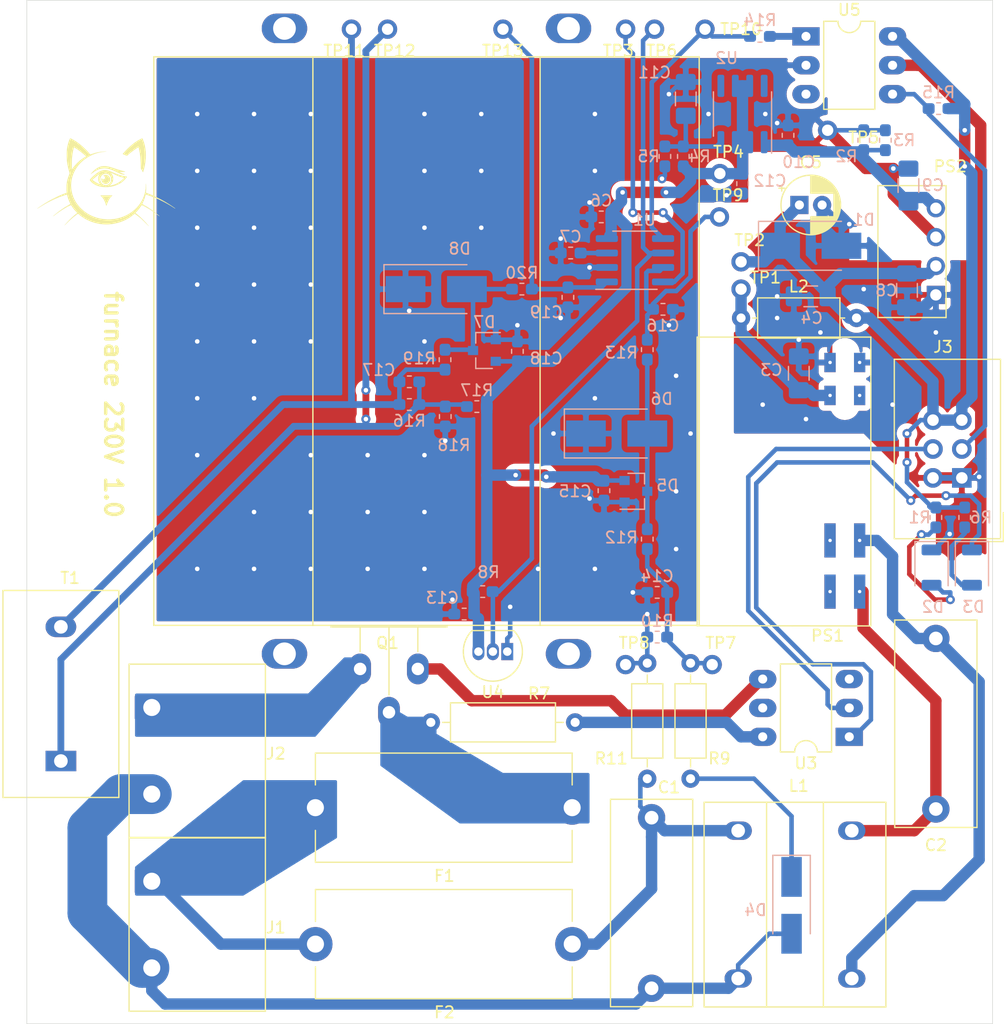
<source format=kicad_pcb>
(kicad_pcb (version 20171130) (host pcbnew "(5.1.10)-1")
  (layers (0 F.Cu signal) (31 B.Cu signal) (34 B.Paste user) (35 F.Paste user) (36 B.SilkS user) (37 F.SilkS user) (38 B.Mask user) (39 F.Mask user) (44 Edge.Cuts user))
  (net 0 "")
  (net 1 "Net-(C2-Pad2)")
  (net 2 "Net-(C2-Pad1)")
  (net 3 /+3V3_ISOLATED/GND)
  (net 4 "Net-(C3-Pad1)")
  (net 5 /+3V3_ISOLATED/+5V)
  (net 6 /CURRENT_SENSOR/GND)
  (net 7 /CURRENT_SENSOR/+3V3)
  (net 8 "Net-(C7-Pad1)")
  (net 9 "Net-(C10-Pad1)")
  (net 10 "Net-(C11-Pad1)")
  (net 11 /MCU/VOLT)
  (net 12 /CURRENT_SENSOR/CURR)
  (net 13 "Net-(D2-Pad2)")
  (net 14 "Net-(D3-Pad2)")
  (net 15 "Net-(D3-Pad1)")
  (net 16 /ISOLATED_TRIAC/AC)
  (net 17 "Net-(D4-Pad1)")
  (net 18 "Net-(D5-Pad3)")
  (net 19 "Net-(D7-Pad3)")
  (net 20 /ISOLATED_TRIAC/LOAD)
  (net 21 /ISOLATED_TRIAC/~EN)
  (net 22 /OPTOISOLATOR/OUT)
  (net 23 "Net-(Q1-Pad3)")
  (net 24 "Net-(R7-Pad2)")
  (net 25 /TEMP_SENSOR/SDA)
  (net 26 /OPTOISOLATOR/IN)
  (net 27 /MCU/SWIM)
  (net 28 "Net-(U2-Pad8)")
  (net 29 "Net-(U2-Pad5)")
  (net 30 "Net-(U3-Pad3)")
  (net 31 "Net-(U3-Pad5)")
  (net 32 "Net-(U5-Pad3)")
  (net 33 "Net-(C14-Pad1)")
  (net 34 "Net-(C17-Pad2)")
  (net 35 "Net-(C17-Pad1)")
  (net 36 "Net-(R14-Pad1)")
  (net 37 /VOLTAGE_DIVIDER/AC1)
  (net 38 "/AC-DC 5V/AC1")
  (net 39 "Net-(F1-Pad2)")
  (module furnace_230V:TRIAC (layer F.Cu) (at 29.337 58.801)
    (fp_text reference Q1 (at 2.413 -2.286) (layer F.SilkS))
    (fp_text value BTA16-600B)
    (pad 3 thru_hole oval (at 5.08 0) (size 1.905 2.7) (drill 1.1) (layers *.Cu *.Mask) (net 23 "Net-(Q1-Pad3)"))
    (pad 2 thru_hole oval (at 2.54 3.81) (size 1.905 2.7) (drill 1.1) (layers *.Cu *.Mask) (net 16 /ISOLATED_TRIAC/AC))
    (pad 1 thru_hole oval (at 0 0) (size 1.905 2.7) (drill 1.1) (layers *.Cu *.Mask) (net 20 /ISOLATED_TRIAC/LOAD))
  )
  (module Resistor_THT:R_Axial_DIN0309_L9.0mm_D3.2mm_P12.70mm_Horizontal (layer F.Cu) (at 35.56 63.5)
    (fp_text reference R7 (at 9.525 -2.54) (layer F.SilkS))
    (fp_text value "470 0,5W")
    (pad 2 thru_hole oval (at 12.7 0) (size 1.6 1.6) (drill 0.8) (layers *.Cu *.Mask) (net 24 "Net-(R7-Pad2)"))
    (pad 1 thru_hole circle (at 0 0) (size 1.6 1.6) (drill 0.8) (layers *.Cu *.Mask) (net 16 /ISOLATED_TRIAC/AC))
  )
  (module furnace_230V:HS_304-50 (layer F.Cu) (at 35.179 29.972 180)
    (fp_text reference HS1 hide)
    (fp_text value "HS 304-50" hide)
    (pad "" thru_hole oval (at -12.5 -27.5 270) (size 2.6 4) (drill 2) (layers *.Cu *.Mask))
    (pad "" thru_hole oval (at 12.5 -27.5 270) (size 2.6 4) (drill 2) (layers *.Cu *.Mask))
    (pad "" thru_hole oval (at 12.5 27.5 270) (size 2.6 4) (drill 2) (layers *.Cu *.Mask))
    (pad "" thru_hole oval (at -12.5 27.5 270) (size 2.6 4) (drill 2) (layers *.Cu *.Mask))
  )
  (module Fuse:Fuseholder_Cylinder-5x20mm_Stelvio-Kontek_PTF78_Horizontal_Open (layer F.Cu) (at 48.006 83 180)
    (fp_text reference F2 (at 11.25 -6) (layer F.SilkS))
    (fp_text value 0,1A)
    (pad 2 thru_hole circle (at 22.6 0 180) (size 3 3) (drill 1.5) (layers *.Cu *.Mask) (net 39 "Net-(F1-Pad2)"))
    (pad 1 thru_hole circle (at 0 0 180) (size 3 3) (drill 1.5) (layers *.Cu *.Mask) (net 38 "/AC-DC 5V/AC1"))
  )
  (module Fuse:Fuseholder_Cylinder-5x20mm_Stelvio-Kontek_PTF78_Horizontal_Open (layer F.Cu) (at 48 71 180)
    (fp_text reference F1 (at 11.25 -6) (layer F.SilkS))
    (fp_text value 10A)
    (pad 2 thru_hole circle (at 22.6 0 180) (size 3 3) (drill 1.5) (layers *.Cu *.Mask) (net 39 "Net-(F1-Pad2)"))
    (pad 1 thru_hole circle (at 0 0 180) (size 3 3) (drill 1.5) (layers *.Cu *.Mask) (net 16 /ISOLATED_TRIAC/AC))
  )
  (module LED_SMD:LED_1206_3216Metric_ReverseMount_Hole1.8x2.4mm (layer B.Cu) (at 83.185 49.885 270)
    (fp_text reference D3 (at 3.455 -0.127 180) (layer B.SilkS) (effects (justify mirror)))
    (fp_text value LED)
    (pad "" np_thru_hole oval (at 0 0 270) (size 1.8 2.4) (drill oval 1.8 2.4) (layers *.Cu *.Mask))
    (pad 2 smd roundrect (at 1.55 0 270) (size 0.95 1.75) (layers B.Cu B.Paste B.Mask) (roundrect_rratio 0.2) (net 14 "Net-(D3-Pad2)"))
    (pad 1 smd roundrect (at -1.55 0 270) (size 0.95 1.75) (layers B.Cu B.Paste B.Mask) (roundrect_rratio 0.2) (net 15 "Net-(D3-Pad1)"))
  )
  (module LED_SMD:LED_1206_3216Metric_ReverseMount_Hole1.8x2.4mm (layer B.Cu) (at 79.629 49.885 270)
    (fp_text reference D2 (at 3.455 -0.127 180) (layer B.SilkS) (effects (justify mirror)))
    (fp_text value LED)
    (pad "" np_thru_hole oval (at 0 0 270) (size 1.8 2.4) (drill oval 1.8 2.4) (layers *.Cu *.Mask))
    (pad 2 smd roundrect (at 1.55 0 270) (size 0.95 1.75) (layers B.Cu B.Paste B.Mask) (roundrect_rratio 0.2) (net 13 "Net-(D2-Pad2)"))
    (pad 1 smd roundrect (at -1.55 0 270) (size 0.95 1.75) (layers B.Cu B.Paste B.Mask) (roundrect_rratio 0.2) (net 3 /+3V3_ISOLATED/GND))
  )
  (module Package_DIP:DIP-6_W7.62mm_LongPads (layer F.Cu) (at 68.58 3.175)
    (fp_text reference U5 (at 3.81 -2.33) (layer F.SilkS))
    (fp_text value H11L1)
    (pad 6 thru_hole oval (at 7.62 0) (size 2.4 1.6) (drill 0.8) (layers *.Cu *.Mask) (net 5 /+3V3_ISOLATED/+5V))
    (pad 3 thru_hole oval (at 0 5.08) (size 2.4 1.6) (drill 0.8) (layers *.Cu *.Mask) (net 32 "Net-(U5-Pad3)"))
    (pad 5 thru_hole oval (at 7.62 2.54) (size 2.4 1.6) (drill 0.8) (layers *.Cu *.Mask) (net 3 /+3V3_ISOLATED/GND))
    (pad 2 thru_hole oval (at 0 2.54) (size 2.4 1.6) (drill 0.8) (layers *.Cu *.Mask) (net 6 /CURRENT_SENSOR/GND))
    (pad 4 thru_hole oval (at 7.62 5.08) (size 2.4 1.6) (drill 0.8) (layers *.Cu *.Mask) (net 22 /OPTOISOLATOR/OUT))
    (pad 1 thru_hole rect (at 0 0) (size 2.4 1.6) (drill 0.8) (layers *.Cu *.Mask) (net 36 "Net-(R14-Pad1)"))
  )
  (module Package_SO:SOIC-8_3.9x4.9mm_P1.27mm (layer B.Cu) (at 53.525 22.86)
    (fp_text reference U1 (at 0.831 -3.556) (layer B.SilkS) (effects (justify mirror)))
    (fp_text value STM8S001J3M)
    (pad 8 smd roundrect (at 2.475 1.905) (size 1.95 0.6) (layers B.Cu B.Paste B.Mask) (net 27 /MCU/SWIM))
    (pad 7 smd roundrect (at 2.475 0.635) (size 1.95 0.6) (layers B.Cu B.Paste B.Mask) (net 11 /MCU/VOLT))
    (pad 6 smd roundrect (at 2.475 -0.635) (size 1.95 0.6) (layers B.Cu B.Paste B.Mask) (net 25 /TEMP_SENSOR/SDA))
    (pad 5 smd roundrect (at 2.475 -1.905) (size 1.95 0.6) (layers B.Cu B.Paste B.Mask) (net 26 /OPTOISOLATOR/IN))
    (pad 4 smd roundrect (at -2.475 -1.905) (size 1.95 0.6) (layers B.Cu B.Paste B.Mask) (net 7 /CURRENT_SENSOR/+3V3))
    (pad 3 smd roundrect (at -2.475 -0.635) (size 1.95 0.6) (layers B.Cu B.Paste B.Mask) (net 8 "Net-(C7-Pad1)"))
    (pad 2 smd roundrect (at -2.475 0.635) (size 1.95 0.6) (layers B.Cu B.Paste B.Mask) (net 6 /CURRENT_SENSOR/GND))
    (pad 1 smd roundrect (at -2.475 1.905) (size 1.95 0.6) (layers B.Cu B.Paste B.Mask) (net 12 /CURRENT_SENSOR/CURR))
  )
  (module Diode_SMD:D_SMB_Handsoldering (layer B.Cu) (at 36.035 25.4)
    (fp_text reference D8 (at 2.065 -3.556) (layer B.SilkS) (effects (justify mirror)))
    (fp_text value D_TVS)
    (pad 2 smd rect (at 2.7 0) (size 3.5 2.3) (layers B.Cu B.Paste B.Mask) (net 19 "Net-(D7-Pad3)"))
    (pad 1 smd rect (at -2.7 0) (size 3.5 2.3) (layers B.Cu B.Paste B.Mask) (net 6 /CURRENT_SENSOR/GND))
  )
  (module Diode_SMD:D_SMB_Handsoldering (layer B.Cu) (at 51.91 38.1)
    (fp_text reference D6 (at 3.97 -3.048) (layer B.SilkS) (effects (justify mirror)))
    (fp_text value D_TVS)
    (pad 1 smd rect (at -2.7 0) (size 3.5 2.3) (layers B.Cu B.Paste B.Mask) (net 6 /CURRENT_SENSOR/GND))
    (pad 2 smd rect (at 2.7 0) (size 3.5 2.3) (layers B.Cu B.Paste B.Mask) (net 18 "Net-(D5-Pad3)"))
  )
  (module Diode_SMD:D_SMA_Handsoldering (layer B.Cu) (at 67.31 79.589 270)
    (fp_text reference D4 (at 0.421 3.175 180) (layer B.SilkS) (effects (justify mirror)))
    (fp_text value ES1J)
    (pad 2 smd rect (at 2.5 0 270) (size 3.5 1.8) (layers B.Cu B.Paste B.Mask) (net 37 /VOLTAGE_DIVIDER/AC1))
    (pad 1 smd rect (at -2.5 0 270) (size 3.5 1.8) (layers B.Cu B.Paste B.Mask) (net 17 "Net-(D4-Pad1)"))
  )
  (module Diode_SMD:D_SMB_Handsoldering (layer B.Cu) (at 69 21.59)
    (fp_text reference D1 (at 4.66 -2.286) (layer B.SilkS) (effects (justify mirror)))
    (fp_text value D_TVS)
    (pad 2 smd rect (at 2.7 0) (size 3.5 2.3) (layers B.Cu B.Paste B.Mask) (net 3 /+3V3_ISOLATED/GND))
    (pad 1 smd rect (at -2.7 0) (size 3.5 2.3) (layers B.Cu B.Paste B.Mask) (net 5 /+3V3_ISOLATED/+5V))
  )
  (module Capacitor_THT:CP_Radial_D5.0mm_P2.00mm (layer F.Cu) (at 68 18)
    (fp_text reference C5 (at 1 -3.75) (layer F.SilkS))
    (fp_text value 47u)
    (pad 2 thru_hole circle (at 2 0) (size 1.6 1.6) (drill 0.8) (layers *.Cu *.Mask) (net 3 /+3V3_ISOLATED/GND))
    (pad 1 thru_hole rect (at 0 0) (size 1.6 1.6) (drill 0.8) (layers *.Cu *.Mask) (net 5 /+3V3_ISOLATED/+5V))
  )
  (module Inductor_THT:L_Axial_L7.0mm_D3.3mm_P10.16mm_Horizontal_Fastron_MICC (layer F.Cu) (at 62.865 27.94)
    (fp_text reference L2 (at 5.08 -2.77) (layer F.SilkS))
    (fp_text value 2.2u)
    (pad 2 thru_hole oval (at 10.16 0) (size 1.6 1.6) (drill 0.8) (layers *.Cu *.Mask) (net 5 /+3V3_ISOLATED/+5V))
    (pad 1 thru_hole circle (at 0 0) (size 1.6 1.6) (drill 0.8) (layers *.Cu *.Mask) (net 4 "Net-(C3-Pad1)"))
  )
  (module furnace_230V:hole_D3.5mm (layer F.Cu) (at 82 86.5)
    (fp_text reference H4 hide)
    (fp_text value MountingHole hide)
    (pad "" np_thru_hole circle (at 0 0) (size 3.5 3.5) (drill 3.5) (layers *.Cu *.Mask))
  )
  (module furnace_230V:hole_D3.5mm (layer F.Cu) (at 82 3.5)
    (fp_text reference H3 hide)
    (fp_text value MountingHole hide)
    (pad "" np_thru_hole circle (at 0 0) (size 3.5 3.5) (drill 3.5) (layers *.Cu *.Mask))
  )
  (module furnace_230V:hole_D3.5mm (layer F.Cu) (at 3 86.5)
    (fp_text reference H2 hide)
    (fp_text value MountingHole hide)
    (pad "" np_thru_hole circle (at 0 0) (size 3.5 3.5) (drill 3.5) (layers *.Cu *.Mask))
  )
  (module furnace_230V:hole_D3.5mm (layer F.Cu) (at 3 3.5)
    (fp_text reference H1 hide)
    (fp_text value MountingHole hide)
    (pad "" np_thru_hole circle (at 0 0) (size 3.5 3.5) (drill 3.5) (layers *.Cu *.Mask))
  )
  (module furnace_230V:stamp (layer F.Cu) (at 7 16)
    (fp_text reference G1 hide)
    (fp_text value LOGO hide)
  )
  (module furnace_230V:TP (layer F.Cu) (at 41.91 2.54)
    (fp_text reference TP13 (at 0 1.905) (layer F.SilkS))
    (fp_text value TestPoint)
    (pad 1 thru_hole circle (at 0 0) (size 1.7 1.7) (drill 1) (layers *.Cu *.Mask) (net 12 /CURRENT_SENSOR/CURR))
  )
  (module furnace_230V:TP (layer F.Cu) (at 31.75 2.54)
    (fp_text reference TP12 (at 0.635 1.905) (layer F.SilkS))
    (fp_text value TestPoint)
    (pad 1 thru_hole circle (at 0 0) (size 1.7 1.7) (drill 1) (layers *.Cu *.Mask) (net 34 "Net-(C17-Pad2)"))
  )
  (module furnace_230V:TP (layer F.Cu) (at 28.575 2.54)
    (fp_text reference TP11 (at -0.635 1.905) (layer F.SilkS))
    (fp_text value TestPoint)
    (pad 1 thru_hole circle (at 0 0) (size 1.7 1.7) (drill 1) (layers *.Cu *.Mask) (net 35 "Net-(C17-Pad1)"))
  )
  (module furnace_230V:TP (layer F.Cu) (at 59.69 2.54)
    (fp_text reference TP10 (at 3.175 0) (layer F.SilkS))
    (fp_text value TestPoint)
    (pad 1 thru_hole circle (at 0 0) (size 1.7 1.7) (drill 1) (layers *.Cu *.Mask) (net 26 /OPTOISOLATOR/IN))
  )
  (module furnace_230V:TP (layer F.Cu) (at 60.96 19.05)
    (fp_text reference TP9 (at 0.762 -1.905) (layer F.SilkS))
    (fp_text value TestPoint)
    (pad 1 thru_hole circle (at 0 0) (size 1.7 1.7) (drill 1) (layers *.Cu *.Mask) (net 11 /MCU/VOLT))
  )
  (module furnace_230V:TP (layer F.Cu) (at 52.705 58.42)
    (fp_text reference TP8 (at 0.762 -1.905) (layer F.SilkS))
    (fp_text value TestPoint)
    (pad 1 thru_hole circle (at 0 0) (size 1.7 1.7) (drill 1) (layers *.Cu *.Mask) (net 6 /CURRENT_SENSOR/GND))
  )
  (module furnace_230V:TP (layer F.Cu) (at 60.325 58.42)
    (fp_text reference TP7 (at 0.762 -1.905) (layer F.SilkS))
    (fp_text value TestPoint)
    (pad 1 thru_hole circle (at 0 0) (size 1.7 1.7) (drill 1) (layers *.Cu *.Mask) (net 33 "Net-(C14-Pad1)"))
  )
  (module furnace_230V:TP (layer F.Cu) (at 55.245 2.54)
    (fp_text reference TP6 (at 0.635 1.905) (layer F.SilkS))
    (fp_text value TestPoint)
    (pad 1 thru_hole circle (at 0 0) (size 1.7 1.7) (drill 1) (layers *.Cu *.Mask) (net 25 /TEMP_SENSOR/SDA))
  )
  (module furnace_230V:TP (layer F.Cu) (at 70.485 11.43)
    (fp_text reference TP5 (at 3.175 0.635) (layer F.SilkS))
    (fp_text value TestPoint)
    (pad 1 thru_hole circle (at 0 0) (size 1.7 1.7) (drill 1) (layers *.Cu *.Mask) (net 6 /CURRENT_SENSOR/GND))
  )
  (module furnace_230V:TP (layer F.Cu) (at 61 15.24)
    (fp_text reference TP4 (at 0.762 -1.905) (layer F.SilkS))
    (fp_text value TestPoint)
    (pad 1 thru_hole circle (at 0 0) (size 1.7 1.7) (drill 1) (layers *.Cu *.Mask) (net 7 /CURRENT_SENSOR/+3V3))
  )
  (module furnace_230V:TP (layer F.Cu) (at 52.705 2.54)
    (fp_text reference TP3 (at -0.635 1.905) (layer F.SilkS))
    (fp_text value TestPoint)
    (pad 1 thru_hole circle (at 0 0) (size 1.7 1.7) (drill 1) (layers *.Cu *.Mask) (net 27 /MCU/SWIM))
  )
  (module furnace_230V:TP (layer F.Cu) (at 62.865 23)
    (fp_text reference TP2 (at 0.762 -1.905) (layer F.SilkS))
    (fp_text value TestPoint)
    (pad 1 thru_hole circle (at 0 0) (size 1.7 1.7) (drill 1) (layers *.Cu *.Mask) (net 5 /+3V3_ISOLATED/+5V))
  )
  (module furnace_230V:TP (layer F.Cu) (at 62.865 25.4)
    (fp_text reference TP1 (at 2.159 -1.016) (layer F.SilkS))
    (fp_text value TestPoint)
    (pad 1 thru_hole circle (at 0 0) (size 1.7 1.7) (drill 1) (layers *.Cu *.Mask) (net 4 "Net-(C3-Pad1)"))
  )
  (module Package_TO_SOT_THT:TO-92_Inline (layer F.Cu) (at 42.291 57.277 180)
    (fp_text reference U4 (at 1.27 -3.56) (layer F.SilkS))
    (fp_text value DS18B20)
    (pad 1 thru_hole rect (at 0 0 180) (size 1.05 1.5) (drill 0.75) (layers *.Cu *.Mask) (net 6 /CURRENT_SENSOR/GND))
    (pad 3 thru_hole oval (at 2.54 0 180) (size 1.05 1.5) (drill 0.75) (layers *.Cu *.Mask) (net 7 /CURRENT_SENSOR/+3V3))
    (pad 2 thru_hole oval (at 1.27 0 180) (size 1.05 1.5) (drill 0.75) (layers *.Cu *.Mask) (net 25 /TEMP_SENSOR/SDA))
  )
  (module Package_DIP:DIP-6_W7.62mm_LongPads (layer F.Cu) (at 72.39 64.77 180)
    (fp_text reference U3 (at 3.81 -2.33) (layer F.SilkS))
    (fp_text value MOC3052M)
    (pad 6 thru_hole oval (at 7.62 0 180) (size 2.4 1.6) (drill 0.8) (layers *.Cu *.Mask) (net 24 "Net-(R7-Pad2)"))
    (pad 3 thru_hole oval (at 0 5.08 180) (size 2.4 1.6) (drill 0.8) (layers *.Cu *.Mask) (net 30 "Net-(U3-Pad3)"))
    (pad 5 thru_hole oval (at 7.62 2.54 180) (size 2.4 1.6) (drill 0.8) (layers *.Cu *.Mask) (net 31 "Net-(U3-Pad5)"))
    (pad 2 thru_hole oval (at 0 2.54 180) (size 2.4 1.6) (drill 0.8) (layers *.Cu *.Mask) (net 21 /ISOLATED_TRIAC/~EN))
    (pad 4 thru_hole oval (at 7.62 5.08 180) (size 2.4 1.6) (drill 0.8) (layers *.Cu *.Mask) (net 23 "Net-(Q1-Pad3)"))
    (pad 1 thru_hole rect (at 0 0 180) (size 2.4 1.6) (drill 0.8) (layers *.Cu *.Mask) (net 15 "Net-(D3-Pad1)"))
  )
  (module Package_SO:SOIC-8_3.9x4.9mm_P1.27mm (layer B.Cu) (at 62.992 10 90)
    (fp_text reference U2 (at 4.92 -1.397 180) (layer B.SilkS) (effects (justify mirror)))
    (fp_text value LM317L_SO8)
    (pad 8 smd roundrect (at 2.475 1.905 90) (size 1.95 0.6) (layers B.Cu B.Paste B.Mask) (net 28 "Net-(U2-Pad8)"))
    (pad 7 smd roundrect (at 2.475 0.635 90) (size 1.95 0.6) (layers B.Cu B.Paste B.Mask) (net 7 /CURRENT_SENSOR/+3V3))
    (pad 6 smd roundrect (at 2.475 -0.635 90) (size 1.95 0.6) (layers B.Cu B.Paste B.Mask) (net 7 /CURRENT_SENSOR/+3V3))
    (pad 5 smd roundrect (at 2.475 -1.905 90) (size 1.95 0.6) (layers B.Cu B.Paste B.Mask) (net 29 "Net-(U2-Pad5)"))
    (pad 4 smd roundrect (at -2.475 -1.905 90) (size 1.95 0.6) (layers B.Cu B.Paste B.Mask) (net 10 "Net-(C11-Pad1)"))
    (pad 3 smd roundrect (at -2.475 -0.635 90) (size 1.95 0.6) (layers B.Cu B.Paste B.Mask) (net 7 /CURRENT_SENSOR/+3V3))
    (pad 2 smd roundrect (at -2.475 0.635 90) (size 1.95 0.6) (layers B.Cu B.Paste B.Mask) (net 7 /CURRENT_SENSOR/+3V3))
    (pad 1 smd roundrect (at -2.475 1.905 90) (size 1.95 0.6) (layers B.Cu B.Paste B.Mask) (net 9 "Net-(C10-Pad1)"))
  )
  (module furnace_230V:ZMCT103C (layer F.Cu) (at 3 61 90)
    (fp_text reference T1 (at 10.2 0.81 180) (layer F.SilkS))
    (fp_text value ZMCT103C)
    (pad 2 thru_hole oval (at 5.9 0 90) (size 1.8 2.7) (drill 1.2) (layers *.Cu *.Mask) (net 35 "Net-(C17-Pad1)"))
    (pad 1 thru_hole trapezoid (at -5.9 0 90) (size 1.8 2.7) (drill 1.2) (layers *.Cu *.Mask) (net 34 "Net-(C17-Pad2)"))
  )
  (module Resistor_SMD:R_0603_1608Metric_Pad1.05x0.95mm_HandSolder (layer B.Cu) (at 43.575 25.4 180)
    (fp_text reference R20 (at 0 1.43) (layer B.SilkS) (effects (justify mirror)))
    (fp_text value 1k)
    (pad 2 smd roundrect (at 0.875 0 180) (size 1.05 0.95) (layers B.Cu B.Paste B.Mask) (net 19 "Net-(D7-Pad3)"))
    (pad 1 smd roundrect (at -0.875 0 180) (size 1.05 0.95) (layers B.Cu B.Paste B.Mask) (net 12 /CURRENT_SENSOR/CURR))
  )
  (module Resistor_SMD:R_0603_1608Metric_Pad1.05x0.95mm_HandSolder (layer B.Cu) (at 36.81 31.605 270)
    (fp_text reference R19 (at -0.109 2.266 180) (layer B.SilkS) (effects (justify mirror)))
    (fp_text value 100)
    (pad 2 smd roundrect (at 0.875 0 270) (size 1.05 0.95) (layers B.Cu B.Paste B.Mask) (net 35 "Net-(C17-Pad1)"))
    (pad 1 smd roundrect (at -0.875 0 270) (size 1.05 0.95) (layers B.Cu B.Paste B.Mask) (net 19 "Net-(D7-Pad3)"))
  )
  (module Resistor_SMD:R_0603_1608Metric_Pad1.05x0.95mm_HandSolder (layer B.Cu) (at 36.83 36.605 270)
    (fp_text reference R18 (at 2.511 -0.762 180) (layer B.SilkS) (effects (justify mirror)))
    (fp_text value "10k 1%")
    (pad 2 smd roundrect (at 0.875 0 270) (size 1.05 0.95) (layers B.Cu B.Paste B.Mask) (net 6 /CURRENT_SENSOR/GND))
    (pad 1 smd roundrect (at -0.875 0 270) (size 1.05 0.95) (layers B.Cu B.Paste B.Mask) (net 34 "Net-(C17-Pad2)"))
  )
  (module Resistor_SMD:R_0603_1608Metric_Pad1.05x0.95mm_HandSolder (layer B.Cu) (at 39.61 35.73 180)
    (fp_text reference R17 (at 0 1.43) (layer B.SilkS) (effects (justify mirror)))
    (fp_text value "10k 1%")
    (pad 2 smd roundrect (at 0.875 0 180) (size 1.05 0.95) (layers B.Cu B.Paste B.Mask) (net 34 "Net-(C17-Pad2)"))
    (pad 1 smd roundrect (at -0.875 0 180) (size 1.05 0.95) (layers B.Cu B.Paste B.Mask) (net 7 /CURRENT_SENSOR/+3V3))
  )
  (module Resistor_SMD:R_0603_1608Metric_Pad1.05x0.95mm_HandSolder (layer B.Cu) (at 33.67 35.55)
    (fp_text reference R16 (at 0 1.43) (layer B.SilkS) (effects (justify mirror)))
    (fp_text value "160 1%")
    (pad 2 smd roundrect (at 0.875 0) (size 1.05 0.95) (layers B.Cu B.Paste B.Mask) (net 34 "Net-(C17-Pad2)"))
    (pad 1 smd roundrect (at -0.875 0) (size 1.05 0.95) (layers B.Cu B.Paste B.Mask) (net 35 "Net-(C17-Pad1)"))
  )
  (module Resistor_SMD:R_0603_1608Metric_Pad1.05x0.95mm_HandSolder (layer B.Cu) (at 80.25 9.525 180)
    (fp_text reference R15 (at 0 1.43) (layer B.SilkS) (effects (justify mirror)))
    (fp_text value 3,3k)
    (pad 2 smd roundrect (at 0.875 0 180) (size 1.05 0.95) (layers B.Cu B.Paste B.Mask) (net 22 /OPTOISOLATOR/OUT))
    (pad 1 smd roundrect (at -0.875 0 180) (size 1.05 0.95) (layers B.Cu B.Paste B.Mask) (net 5 /+3V3_ISOLATED/+5V))
  )
  (module Resistor_SMD:R_0603_1608Metric_Pad1.05x0.95mm_HandSolder (layer B.Cu) (at 64.53 3.175 180)
    (fp_text reference R14 (at 0 1.43) (layer B.SilkS) (effects (justify mirror)))
    (fp_text value 680)
    (pad 2 smd roundrect (at 0.875 0 180) (size 1.05 0.95) (layers B.Cu B.Paste B.Mask) (net 26 /OPTOISOLATOR/IN))
    (pad 1 smd roundrect (at -0.875 0 180) (size 1.05 0.95) (layers B.Cu B.Paste B.Mask) (net 36 "Net-(R14-Pad1)"))
  )
  (module Resistor_SMD:R_0603_1608Metric_Pad1.05x0.95mm_HandSolder (layer B.Cu) (at 54.61 30.72 270)
    (fp_text reference R13 (at 0.268 2.286 180) (layer B.SilkS) (effects (justify mirror)))
    (fp_text value 1k)
    (pad 2 smd roundrect (at 0.875 0 270) (size 1.05 0.95) (layers B.Cu B.Paste B.Mask) (net 18 "Net-(D5-Pad3)"))
    (pad 1 smd roundrect (at -0.875 0 270) (size 1.05 0.95) (layers B.Cu B.Paste B.Mask) (net 11 /MCU/VOLT))
  )
  (module Resistor_SMD:R_0603_1608Metric_Pad1.05x0.95mm_HandSolder (layer B.Cu) (at 54.61 47.385 270)
    (fp_text reference R12 (at -0.141 2.286 180) (layer B.SilkS) (effects (justify mirror)))
    (fp_text value 100)
    (pad 2 smd roundrect (at 0.875 0 270) (size 1.05 0.95) (layers B.Cu B.Paste B.Mask) (net 33 "Net-(C14-Pad1)"))
    (pad 1 smd roundrect (at -0.875 0 270) (size 1.05 0.95) (layers B.Cu B.Paste B.Mask) (net 18 "Net-(D5-Pad3)"))
  )
  (module Resistor_THT:R_Axial_DIN0207_L6.3mm_D2.5mm_P10.16mm_Horizontal (layer F.Cu) (at 54.61 58.293 270)
    (fp_text reference R11 (at 8.382 3.175 180) (layer F.SilkS))
    (fp_text value "180k 0,25W 1%")
    (pad 2 thru_hole oval (at 10.16 0 270) (size 1.6 1.6) (drill 0.8) (layers *.Cu *.Mask) (net 38 "/AC-DC 5V/AC1"))
    (pad 1 thru_hole circle (at 0 0 270) (size 1.6 1.6) (drill 0.8) (layers *.Cu *.Mask) (net 6 /CURRENT_SENSOR/GND))
  )
  (module Resistor_SMD:R_0603_1608Metric_Pad1.05x0.95mm_HandSolder (layer B.Cu) (at 55.485 56 180)
    (fp_text reference R10 (at 0 1.43) (layer B.SilkS) (effects (justify mirror)))
    (fp_text value "3,3k 1%")
    (pad 2 smd roundrect (at 0.875 0 180) (size 1.05 0.95) (layers B.Cu B.Paste B.Mask) (net 6 /CURRENT_SENSOR/GND))
    (pad 1 smd roundrect (at -0.875 0 180) (size 1.05 0.95) (layers B.Cu B.Paste B.Mask) (net 33 "Net-(C14-Pad1)"))
  )
  (module Resistor_THT:R_Axial_DIN0207_L6.3mm_D2.5mm_P10.16mm_Horizontal (layer F.Cu) (at 58.42 68.453 90)
    (fp_text reference R9 (at 1.778 2.54 180) (layer F.SilkS))
    (fp_text value "180k 0,25W 1%")
    (pad 2 thru_hole oval (at 10.16 0 90) (size 1.6 1.6) (drill 0.8) (layers *.Cu *.Mask) (net 33 "Net-(C14-Pad1)"))
    (pad 1 thru_hole circle (at 0 0 90) (size 1.6 1.6) (drill 0.8) (layers *.Cu *.Mask) (net 17 "Net-(D4-Pad1)"))
  )
  (module Resistor_SMD:R_0603_1608Metric_Pad1.05x0.95mm_HandSolder (layer B.Cu) (at 40.125 52)
    (fp_text reference R8 (at 0.515 -1.708) (layer B.SilkS) (effects (justify mirror)))
    (fp_text value 4,7k)
    (pad 2 smd roundrect (at 0.875 0) (size 1.05 0.95) (layers B.Cu B.Paste B.Mask) (net 25 /TEMP_SENSOR/SDA))
    (pad 1 smd roundrect (at -0.875 0) (size 1.05 0.95) (layers B.Cu B.Paste B.Mask) (net 7 /CURRENT_SENSOR/+3V3))
  )
  (module Resistor_SMD:R_0603_1608Metric_Pad1.05x0.95mm_HandSolder (layer B.Cu) (at 82.55 45.48 90)
    (fp_text reference R6 (at 0 1.43 180) (layer B.SilkS) (effects (justify mirror)))
    (fp_text value 150)
    (pad 2 smd roundrect (at 0.875 0 90) (size 1.05 0.95) (layers B.Cu B.Paste B.Mask) (net 5 /+3V3_ISOLATED/+5V))
    (pad 1 smd roundrect (at -0.875 0 90) (size 1.05 0.95) (layers B.Cu B.Paste B.Mask) (net 14 "Net-(D3-Pad2)"))
  )
  (module Resistor_SMD:R_0603_1608Metric_Pad1.05x0.95mm_HandSolder (layer B.Cu) (at 56.1594 13.73 270)
    (fp_text reference R5 (at 0 1.43 180) (layer B.SilkS) (effects (justify mirror)))
    (fp_text value "390 1%")
    (pad 2 smd roundrect (at 0.875 0 270) (size 1.05 0.95) (layers B.Cu B.Paste B.Mask) (net 6 /CURRENT_SENSOR/GND))
    (pad 1 smd roundrect (at -0.875 0 270) (size 1.05 0.95) (layers B.Cu B.Paste B.Mask) (net 10 "Net-(C11-Pad1)"))
  )
  (module Resistor_SMD:R_0603_1608Metric_Pad1.05x0.95mm_HandSolder (layer B.Cu) (at 57.785 13.73 90)
    (fp_text reference R4 (at 0 1.43 180) (layer B.SilkS) (effects (justify mirror)))
    (fp_text value "240 1%")
    (pad 2 smd roundrect (at 0.875 0 90) (size 1.05 0.95) (layers B.Cu B.Paste B.Mask) (net 10 "Net-(C11-Pad1)"))
    (pad 1 smd roundrect (at -0.875 0 90) (size 1.05 0.95) (layers B.Cu B.Paste B.Mask) (net 7 /CURRENT_SENSOR/+3V3))
  )
  (module Resistor_SMD:R_0603_1608Metric_Pad1.05x0.95mm_HandSolder (layer B.Cu) (at 75.565 12.305 90)
    (fp_text reference R3 (at 0 1.651 180) (layer B.SilkS) (effects (justify mirror)))
    (fp_text value 680)
    (pad 1 smd roundrect (at -0.875 0 90) (size 1.05 0.95) (layers B.Cu B.Paste B.Mask) (net 9 "Net-(C10-Pad1)"))
    (pad 2 smd roundrect (at 0.875 0 90) (size 1.05 0.95) (layers B.Cu B.Paste B.Mask) (net 6 /CURRENT_SENSOR/GND))
  )
  (module Resistor_SMD:R_0603_1608Metric_Pad1.05x0.95mm_HandSolder (layer B.Cu) (at 73.66 12.305 90)
    (fp_text reference R2 (at -1.411 -1.524 180) (layer B.SilkS) (effects (justify mirror)))
    (fp_text value 680)
    (pad 1 smd roundrect (at -0.875 0 90) (size 1.05 0.95) (layers B.Cu B.Paste B.Mask) (net 9 "Net-(C10-Pad1)"))
    (pad 2 smd roundrect (at 0.875 0 90) (size 1.05 0.95) (layers B.Cu B.Paste B.Mask) (net 6 /CURRENT_SENSOR/GND))
  )
  (module Resistor_SMD:R_0603_1608Metric_Pad1.05x0.95mm_HandSolder (layer B.Cu) (at 80.01 45.48 270)
    (fp_text reference R1 (at 0 1.43) (layer B.SilkS) (effects (justify mirror)))
    (fp_text value 680)
    (pad 2 smd roundrect (at 0.875 0 270) (size 1.05 0.95) (layers B.Cu B.Paste B.Mask) (net 13 "Net-(D2-Pad2)"))
    (pad 1 smd roundrect (at -0.875 0 270) (size 1.05 0.95) (layers B.Cu B.Paste B.Mask) (net 5 /+3V3_ISOLATED/+5V))
  )
  (module furnace_230V:B_S-1WR3 (layer F.Cu) (at 80.01 22.098 90)
    (fp_text reference PS2 (at 7.493 1.27 180) (layer F.SilkS))
    (fp_text value B0505S-1WR2)
    (pad 4 thru_hole circle (at 3.81 0 90) (size 1.6 1.6) (drill 1) (layers *.Cu *.Mask) (net 9 "Net-(C10-Pad1)"))
    (pad 3 thru_hole circle (at 1.27 0 90) (size 1.6 1.6) (drill 1) (layers *.Cu *.Mask) (net 6 /CURRENT_SENSOR/GND))
    (pad 2 thru_hole circle (at -1.27 0 90) (size 1.6 1.6) (drill 1) (layers *.Cu *.Mask) (net 5 /+3V3_ISOLATED/+5V))
    (pad 1 thru_hole rect (at -3.81 0 90) (size 1.6 1.6) (drill 1) (layers *.Cu *.Mask) (net 3 /+3V3_ISOLATED/GND))
  )
  (module furnace_230V:WX-DC12003 (layer F.Cu) (at 72 30 270)
    (fp_text reference PS1 (at 25.88 1.515 180) (layer F.SilkS))
    (fp_text value "WX-DC12003 5V 0,7A")
    (pad 2 thru_hole trapezoid (at 4.75 1.3 270) (size 1.7 1) (drill 0.3) (layers *.Cu *.Mask) (net 4 "Net-(C3-Pad1)"))
    (pad 1 thru_hole trapezoid (at 1.85 -1.3 270) (size 1.7 1) (drill 0.3) (layers *.Cu *.Mask) (net 3 /+3V3_ISOLATED/GND))
    (pad 2 thru_hole trapezoid (at 4.75 -1.3 270) (size 1.7 1) (drill 0.3) (layers *.Cu *.Mask) (net 4 "Net-(C3-Pad1)"))
    (pad "" np_thru_hole oval (at 3.3 0) (size 1.6 6.2) (drill oval 1.6 6.2) (layers *.Cu *.Mask))
    (pad 1 thru_hole trapezoid (at 1.85 1.3 270) (size 1.7 1) (drill 0.3) (layers *.Cu *.Mask) (net 3 /+3V3_ISOLATED/GND))
    (pad 4 thru_hole trapezoid (at 22 1.3 270) (size 3 1) (drill 0.3) (layers *.Cu *.Mask) (net 2 "Net-(C2-Pad1)"))
    (pad 4 thru_hole trapezoid (at 22 -1.3 270) (size 3 1) (drill 0.3) (layers *.Cu *.Mask) (net 2 "Net-(C2-Pad1)"))
    (pad 3 thru_hole trapezoid (at 17.5 1.3 270) (size 3 1) (drill 0.3) (layers *.Cu *.Mask) (net 1 "Net-(C2-Pad2)"))
    (pad 3 thru_hole trapezoid (at 17.5 -1.3 270) (size 3 1) (drill 0.3) (layers *.Cu *.Mask) (net 1 "Net-(C2-Pad2)"))
    (pad "" np_thru_hole oval (at 19.75 0) (size 1.6 9.1) (drill oval 1.6 9.1) (layers *.Cu *.Mask))
  )
  (module furnace_230V:L_CommonMode_PLA10 (layer F.Cu) (at 62.611 73.025)
    (fp_text reference L1 (at 5.334 -3.937) (layer F.SilkS))
    (fp_text value PLA10AN3630R3D2)
    (pad 3 thru_hole oval (at 10 13) (size 2.4 1.6) (drill 1.2) (layers *.Cu *.Mask) (net 1 "Net-(C2-Pad2)"))
    (pad 4 thru_hole oval (at 0 13) (size 2.4 1.6) (drill 1.2) (layers *.Cu *.Mask) (net 37 /VOLTAGE_DIVIDER/AC1))
    (pad 2 thru_hole oval (at 10 0) (size 2.4 1.6) (drill 1.2) (layers *.Cu *.Mask) (net 2 "Net-(C2-Pad1)"))
    (pad 1 thru_hole oval (at 0 0) (size 2.4 1.6) (drill 1.2) (layers *.Cu *.Mask) (net 38 "/AC-DC 5V/AC1"))
  )
  (module Connector_IDC:IDC-Header_2x03_P2.54mm_Vertical (layer F.Cu) (at 82.296 42 180)
    (fp_text reference J3 (at 1.651 11.52) (layer F.SilkS))
    (fp_text value IDC-6)
    (pad 6 thru_hole oval (at 2.54 5.08 180) (size 1.7272 1.7272) (drill 1.016) (layers *.Cu *.Mask) (net 5 /+3V3_ISOLATED/+5V))
    (pad 5 thru_hole oval (at 0 5.08 180) (size 1.7272 1.7272) (drill 1.016) (layers *.Cu *.Mask) (net 5 /+3V3_ISOLATED/+5V))
    (pad 4 thru_hole oval (at 2.54 2.54 180) (size 1.7272 1.7272) (drill 1.016) (layers *.Cu *.Mask) (net 21 /ISOLATED_TRIAC/~EN))
    (pad 3 thru_hole oval (at 0 2.54 180) (size 1.7272 1.7272) (drill 1.016) (layers *.Cu *.Mask) (net 22 /OPTOISOLATOR/OUT))
    (pad 2 thru_hole oval (at 2.54 0 180) (size 1.7272 1.7272) (drill 1.016) (layers *.Cu *.Mask) (net 3 /+3V3_ISOLATED/GND))
    (pad 1 thru_hole rect (at 0 0 180) (size 1.7272 1.7272) (drill 1.016) (layers *.Cu *.Mask) (net 3 /+3V3_ISOLATED/GND))
  )
  (module furnace_230V:KF7.62-2P (layer F.Cu) (at 11 66 270)
    (fp_text reference J2 (at 0.254 -10.922 180) (layer F.SilkS))
    (fp_text value " ")
    (pad 1 thru_hole trapezoid (at -3.81 0 270) (size 2 3) (drill 1.5) (layers *.Cu *.Mask) (net 20 /ISOLATED_TRIAC/LOAD))
    (pad 2 thru_hole oval (at 3.81 0 270) (size 2 3) (drill 1.5) (layers *.Cu *.Mask) (net 37 /VOLTAGE_DIVIDER/AC1))
  )
  (module furnace_230V:KF7.62-2P (layer F.Cu) (at 11 81.28 270)
    (fp_text reference J1 (at 0.254 -10.922 180) (layer F.SilkS))
    (fp_text value " ")
    (pad 1 thru_hole trapezoid (at -3.81 0 270) (size 2 3) (drill 1.5) (layers *.Cu *.Mask) (net 39 "Net-(F1-Pad2)"))
    (pad 2 thru_hole oval (at 3.81 0 270) (size 2 3) (drill 1.5) (layers *.Cu *.Mask) (net 37 /VOLTAGE_DIVIDER/AC1))
  )
  (module Package_TO_SOT_SMD:SOT-23 (layer B.Cu) (at 40.275 30.8 180)
    (fp_text reference D7 (at 0 2.5) (layer B.SilkS) (effects (justify mirror)))
    (fp_text value BAT54S)
    (pad 3 smd rect (at 1 0 180) (size 0.9 0.8) (layers B.Cu B.Paste B.Mask) (net 19 "Net-(D7-Pad3)"))
    (pad 2 smd rect (at -1 -0.95 180) (size 0.9 0.8) (layers B.Cu B.Paste B.Mask) (net 7 /CURRENT_SENSOR/+3V3))
    (pad 1 smd rect (at -1 0.95 180) (size 0.9 0.8) (layers B.Cu B.Paste B.Mask) (net 6 /CURRENT_SENSOR/GND))
  )
  (module Package_TO_SOT_SMD:SOT-23 (layer B.Cu) (at 53.61 43.18)
    (fp_text reference D5 (at 2.778 -0.508) (layer B.SilkS) (effects (justify mirror)))
    (fp_text value BAT54S)
    (pad 3 smd rect (at 1 0) (size 0.9 0.8) (layers B.Cu B.Paste B.Mask) (net 18 "Net-(D5-Pad3)"))
    (pad 2 smd rect (at -1 -0.95) (size 0.9 0.8) (layers B.Cu B.Paste B.Mask) (net 7 /CURRENT_SENSOR/+3V3))
    (pad 1 smd rect (at -1 0.95) (size 0.9 0.8) (layers B.Cu B.Paste B.Mask) (net 6 /CURRENT_SENSOR/GND))
  )
  (module Capacitor_SMD:C_0603_1608Metric_Pad1.05x0.95mm_HandSolder (layer B.Cu) (at 47.625 26.125 270)
    (fp_text reference C19 (at 1.307 1.905 180) (layer B.SilkS) (effects (justify mirror)))
    (fp_text value 100)
    (pad 2 smd roundrect (at 0.875 0 270) (size 1.05 0.95) (layers B.Cu B.Paste B.Mask) (net 6 /CURRENT_SENSOR/GND))
    (pad 1 smd roundrect (at -0.875 0 270) (size 1.05 0.95) (layers B.Cu B.Paste B.Mask) (net 12 /CURRENT_SENSOR/CURR))
  )
  (module Capacitor_SMD:C_0603_1608Metric_Pad1.05x0.95mm_HandSolder (layer B.Cu) (at 43.18 30.875 90)
    (fp_text reference C18 (at -0.621 2.54 180) (layer B.SilkS) (effects (justify mirror)))
    (fp_text value 10u)
    (pad 2 smd roundrect (at 0.875 0 90) (size 1.05 0.95) (layers B.Cu B.Paste B.Mask) (net 6 /CURRENT_SENSOR/GND))
    (pad 1 smd roundrect (at -0.875 0 90) (size 1.05 0.95) (layers B.Cu B.Paste B.Mask) (net 7 /CURRENT_SENSOR/+3V3))
  )
  (module Capacitor_SMD:C_0603_1608Metric_Pad1.05x0.95mm_HandSolder (layer B.Cu) (at 33.67 33.55)
    (fp_text reference C17 (at -2.682 -1.038) (layer B.SilkS) (effects (justify mirror)))
    (fp_text value 100)
    (pad 2 smd roundrect (at 0.875 0) (size 1.05 0.95) (layers B.Cu B.Paste B.Mask) (net 34 "Net-(C17-Pad2)"))
    (pad 1 smd roundrect (at -0.875 0) (size 1.05 0.95) (layers B.Cu B.Paste B.Mask) (net 35 "Net-(C17-Pad1)"))
  )
  (module Capacitor_SMD:C_0603_1608Metric_Pad1.05x0.95mm_HandSolder (layer B.Cu) (at 55.993 27.178)
    (fp_text reference C16 (at 0 1.43) (layer B.SilkS) (effects (justify mirror)))
    (fp_text value 100)
    (pad 2 smd roundrect (at 0.875 0) (size 1.05 0.95) (layers B.Cu B.Paste B.Mask) (net 6 /CURRENT_SENSOR/GND))
    (pad 1 smd roundrect (at -0.875 0) (size 1.05 0.95) (layers B.Cu B.Paste B.Mask) (net 11 /MCU/VOLT))
  )
  (module Capacitor_SMD:C_0603_1608Metric_Pad1.05x0.95mm_HandSolder (layer B.Cu) (at 50.8 43.125 270)
    (fp_text reference C15 (at 0.055 2.54 180) (layer B.SilkS) (effects (justify mirror)))
    (fp_text value 10u)
    (pad 2 smd roundrect (at 0.875 0 270) (size 1.05 0.95) (layers B.Cu B.Paste B.Mask) (net 6 /CURRENT_SENSOR/GND))
    (pad 1 smd roundrect (at -0.875 0 270) (size 1.05 0.95) (layers B.Cu B.Paste B.Mask) (net 7 /CURRENT_SENSOR/+3V3))
  )
  (module Capacitor_SMD:C_0603_1608Metric_Pad1.05x0.95mm_HandSolder (layer B.Cu) (at 55.485 52.07 180)
    (fp_text reference C14 (at 0 1.43) (layer B.SilkS) (effects (justify mirror)))
    (fp_text value 100)
    (pad 2 smd roundrect (at 0.875 0 180) (size 1.05 0.95) (layers B.Cu B.Paste B.Mask) (net 6 /CURRENT_SENSOR/GND))
    (pad 1 smd roundrect (at -0.875 0 180) (size 1.05 0.95) (layers B.Cu B.Paste B.Mask) (net 33 "Net-(C14-Pad1)"))
  )
  (module Capacitor_SMD:C_0603_1608Metric_Pad1.05x0.95mm_HandSolder (layer B.Cu) (at 38.495 53.975 180)
    (fp_text reference C13 (at 1.919 1.43) (layer B.SilkS) (effects (justify mirror)))
    (fp_text value 0,1)
    (pad 2 smd roundrect (at 0.875 0 180) (size 1.05 0.95) (layers B.Cu B.Paste B.Mask) (net 6 /CURRENT_SENSOR/GND))
    (pad 1 smd roundrect (at -0.875 0 180) (size 1.05 0.95) (layers B.Cu B.Paste B.Mask) (net 7 /CURRENT_SENSOR/+3V3))
  )
  (module Capacitor_SMD:C_0603_1608Metric_Pad1.05x0.95mm_HandSolder (layer B.Cu) (at 63 16.125 270)
    (fp_text reference C12 (at -0.25 -2.405 180) (layer B.SilkS) (effects (justify mirror)))
    (fp_text value 1u)
    (pad 2 smd roundrect (at 0.875 0 270) (size 1.05 0.95) (layers B.Cu B.Paste B.Mask) (net 6 /CURRENT_SENSOR/GND))
    (pad 1 smd roundrect (at -0.875 0 270) (size 1.05 0.95) (layers B.Cu B.Paste B.Mask) (net 7 /CURRENT_SENSOR/+3V3))
  )
  (module Capacitor_SMD:C_1206_3216Metric_Pad1.42x1.75mm_HandSolder (layer B.Cu) (at 58 8.6725 90)
    (fp_text reference C11 (at 2.3225 -2.755 180) (layer B.SilkS) (effects (justify mirror)))
    (fp_text value 10u)
    (pad 2 smd roundrect (at 1.4875 0 90) (size 1.425 1.75) (layers B.Cu B.Paste B.Mask) (roundrect_rratio 0.175439) (net 6 /CURRENT_SENSOR/GND))
    (pad 1 smd roundrect (at -1.4875 0 90) (size 1.425 1.75) (layers B.Cu B.Paste B.Mask) (roundrect_rratio 0.175439) (net 10 "Net-(C11-Pad1)"))
  )
  (module Capacitor_SMD:C_0603_1608Metric_Pad1.05x0.95mm_HandSolder (layer B.Cu) (at 67 11.875 90)
    (fp_text reference C10 (at -2.349 0.945 180) (layer B.SilkS) (effects (justify mirror)))
    (fp_text value 0,1)
    (pad 2 smd roundrect (at 0.875 0 90) (size 1.05 0.95) (layers B.Cu B.Paste B.Mask) (net 6 /CURRENT_SENSOR/GND))
    (pad 1 smd roundrect (at -0.875 0 90) (size 1.05 0.95) (layers B.Cu B.Paste B.Mask) (net 9 "Net-(C10-Pad1)"))
  )
  (module Capacitor_SMD:C_1206_3216Metric_Pad1.42x1.75mm_HandSolder (layer B.Cu) (at 77.597 16.2925 90)
    (fp_text reference C9 (at 0.0365 2.159 180) (layer B.SilkS) (effects (justify mirror)))
    (fp_text value 10u)
    (pad 2 smd roundrect (at 1.4875 0 90) (size 1.425 1.75) (layers B.Cu B.Paste B.Mask) (roundrect_rratio 0.175439) (net 6 /CURRENT_SENSOR/GND))
    (pad 1 smd roundrect (at -1.4875 0 90) (size 1.425 1.75) (layers B.Cu B.Paste B.Mask) (roundrect_rratio 0.175439) (net 9 "Net-(C10-Pad1)"))
  )
  (module Capacitor_SMD:C_1206_3216Metric_Pad1.42x1.75mm_HandSolder (layer B.Cu) (at 77.47 25.5125 270)
    (fp_text reference C8 (at 0 1.82 180) (layer B.SilkS) (effects (justify mirror)))
    (fp_text value 4,7)
    (pad 2 smd roundrect (at 1.4875 0 270) (size 1.425 1.75) (layers B.Cu B.Paste B.Mask) (roundrect_rratio 0.175439) (net 3 /+3V3_ISOLATED/GND))
    (pad 1 smd roundrect (at -1.4875 0 270) (size 1.425 1.75) (layers B.Cu B.Paste B.Mask) (roundrect_rratio 0.175439) (net 5 /+3V3_ISOLATED/+5V))
  )
  (module Capacitor_SMD:C_0603_1608Metric_Pad1.05x0.95mm_HandSolder (layer B.Cu) (at 47.865 22.225 180)
    (fp_text reference C7 (at 0 1.43) (layer B.SilkS) (effects (justify mirror)))
    (fp_text value 1u)
    (pad 2 smd roundrect (at 0.875 0 180) (size 1.05 0.95) (layers B.Cu B.Paste B.Mask) (net 6 /CURRENT_SENSOR/GND))
    (pad 1 smd roundrect (at -0.875 0 180) (size 1.05 0.95) (layers B.Cu B.Paste B.Mask) (net 8 "Net-(C7-Pad1)"))
  )
  (module Capacitor_SMD:C_0603_1608Metric_Pad1.05x0.95mm_HandSolder (layer B.Cu) (at 50.56 19.05 180)
    (fp_text reference C6 (at 0 1.43) (layer B.SilkS) (effects (justify mirror)))
    (fp_text value 0,1)
    (pad 2 smd roundrect (at 0.875 0 180) (size 1.05 0.95) (layers B.Cu B.Paste B.Mask) (net 6 /CURRENT_SENSOR/GND))
    (pad 1 smd roundrect (at -0.875 0 180) (size 1.05 0.95) (layers B.Cu B.Paste B.Mask) (net 7 /CURRENT_SENSOR/+3V3))
  )
  (module Capacitor_SMD:C_1206_3216Metric_Pad1.42x1.75mm_HandSolder (layer B.Cu) (at 68.9975 26.035 180)
    (fp_text reference C4 (at -0.0905 -1.905) (layer B.SilkS) (effects (justify mirror)))
    (fp_text value 10u)
    (pad 2 smd roundrect (at 1.4875 0 180) (size 1.425 1.75) (layers B.Cu B.Paste B.Mask) (roundrect_rratio 0.175439) (net 3 /+3V3_ISOLATED/GND))
    (pad 1 smd roundrect (at -1.4875 0 180) (size 1.425 1.75) (layers B.Cu B.Paste B.Mask) (roundrect_rratio 0.175439) (net 5 /+3V3_ISOLATED/+5V))
  )
  (module Capacitor_SMD:C_1206_3216Metric_Pad1.42x1.75mm_HandSolder (layer B.Cu) (at 67.945 32.8025 90)
    (fp_text reference C3 (at 0.2905 -2.413 180) (layer B.SilkS) (effects (justify mirror)))
    (fp_text value 10u)
    (pad 2 smd roundrect (at 1.4875 0 90) (size 1.425 1.75) (layers B.Cu B.Paste B.Mask) (roundrect_rratio 0.175439) (net 3 /+3V3_ISOLATED/GND))
    (pad 1 smd roundrect (at -1.4875 0 90) (size 1.425 1.75) (layers B.Cu B.Paste B.Mask) (roundrect_rratio 0.175439) (net 4 "Net-(C3-Pad1)"))
  )
  (module Capacitor_THT:C_Rect_L18.0mm_W7.0mm_P15.00mm_FKS3_FKP3 (layer F.Cu) (at 80.01 71.12 90)
    (fp_text reference C2 (at -3.175 0 180) (layer F.SilkS))
    (fp_text value "0,15 275V")
    (pad 2 thru_hole circle (at 15 0 90) (size 2.4 2.4) (drill 1.2) (layers *.Cu *.Mask) (net 1 "Net-(C2-Pad2)"))
    (pad 1 thru_hole circle (at 0 0 90) (size 2.4 2.4) (drill 1.2) (layers *.Cu *.Mask) (net 2 "Net-(C2-Pad1)"))
  )
  (module Capacitor_THT:C_Rect_L18.0mm_W7.0mm_P15.00mm_FKS3_FKP3 (layer F.Cu) (at 54.991 71.882 270)
    (fp_text reference C1 (at -2.667 -1.524 180) (layer F.SilkS))
    (fp_text value "0,15 275V")
    (pad 2 thru_hole circle (at 15 0 270) (size 2.4 2.4) (drill 1.2) (layers *.Cu *.Mask) (net 37 /VOLTAGE_DIVIDER/AC1))
    (pad 1 thru_hole circle (at 0 0 270) (size 2.4 2.4) (drill 1.2) (layers *.Cu *.Mask) (net 38 "/AC-DC 5V/AC1"))
  )
  (gr_text "furnace 230V 1.0" (at 7.62 35.56 -90) (layer F.SilkS) (effects (font (size 1.5 1.5) (thickness 0.3))))
  (gr_line (start 0 90) (end 0 0) (layer Edge.Cuts) (width 0.05))
  (gr_line (start 85 90) (end 0 90) (layer Edge.Cuts) (width 0.05))
  (gr_line (start 85 0) (end 85 90) (layer Edge.Cuts) (width 0.05))
  (gr_line (start 0 0) (end 85 0) (layer Edge.Cuts) (width 0.05))
  (segment (start 83.82 59.93) (end 80.01 56.12) (width 1) (layer B.Cu) (net 1))
  (segment (start 80.645 78.74) (end 83.82 75.565) (width 1) (layer B.Cu) (net 1))
  (segment (start 83.82 75.565) (end 83.82 59.93) (width 1) (layer B.Cu) (net 1))
  (segment (start 78.096 78.74) (end 80.645 78.74) (width 1) (layer B.Cu) (net 1))
  (segment (start 72.611 84.225) (end 78.096 78.74) (width 1) (layer B.Cu) (net 1))
  (segment (start 72.611 86.025) (end 72.611 84.225) (width 1) (layer B.Cu) (net 1))
  (segment (start 74.805 47.5) (end 73.60001 47.5) (width 1) (layer B.Cu) (net 1))
  (segment (start 76.2 48.895) (end 74.805 47.5) (width 1) (layer B.Cu) (net 1))
  (segment (start 76.2 53.975) (end 76.2 48.895) (width 1) (layer B.Cu) (net 1))
  (segment (start 78.345 56.12) (end 76.2 53.975) (width 1) (layer B.Cu) (net 1))
  (segment (start 80.01 56.12) (end 78.345 56.12) (width 1) (layer B.Cu) (net 1))
  (segment (start 78.105 73.025) (end 80.01 71.12) (width 1) (layer F.Cu) (net 2))
  (segment (start 72.611 73.025) (end 78.105 73.025) (width 1) (layer F.Cu) (net 2))
  (segment (start 73.60001 55.18501) (end 73.60001 52) (width 1) (layer F.Cu) (net 2))
  (segment (start 80.01 61.595) (end 73.60001 55.18501) (width 1) (layer F.Cu) (net 2))
  (segment (start 80.01 71.12) (end 80.01 61.595) (width 1) (layer F.Cu) (net 2))
  (segment (start 78.4 5.715) (end 76.2 5.715) (width 1) (layer F.Cu) (net 3))
  (segment (start 78.673491 5.715) (end 78.4 5.715) (width 1) (layer F.Cu) (net 3))
  (segment (start 83.959601 11.00111) (end 78.673491 5.715) (width 1) (layer F.Cu) (net 3))
  (segment (start 83.959601 40.336399) (end 83.959601 11.00111) (width 1) (layer F.Cu) (net 3))
  (segment (start 82.296 42) (end 83.959601 40.336399) (width 1) (layer F.Cu) (net 3))
  (segment (start 78.918 27) (end 80.01 25.908) (width 1) (layer B.Cu) (net 3))
  (segment (start 77.47 27) (end 78.918 27) (width 1) (layer B.Cu) (net 3))
  (segment (start 70 19.89) (end 71.7 21.59) (width 1) (layer B.Cu) (net 3))
  (segment (start 70 18) (end 70 19.89) (width 1) (layer B.Cu) (net 3))
  (via (at 72.39 19.685) (size 0.8) (drill 0.4) (layers F.Cu B.Cu) (net 3))
  (segment (start 71.7 20.375) (end 72.39 19.685) (width 0.4) (layer B.Cu) (net 3))
  (segment (start 71.7 21.59) (end 71.7 20.375) (width 0.4) (layer B.Cu) (net 3))
  (via (at 66.04 26.035) (size 0.8) (drill 0.4) (layers F.Cu B.Cu) (net 3))
  (segment (start 67.51 26.035) (end 66.04 26.035) (width 0.4) (layer B.Cu) (net 3))
  (via (at 67.945 29.845) (size 0.8) (drill 0.4) (layers F.Cu B.Cu) (net 3))
  (segment (start 67.945 31.315) (end 67.945 29.845) (width 0.4) (layer B.Cu) (net 3))
  (via (at 81.223603 46.933603) (size 0.8) (drill 0.4) (layers F.Cu B.Cu) (net 3))
  (segment (start 80.01 48.147206) (end 81.223603 46.933603) (width 0.4) (layer B.Cu) (net 3))
  (segment (start 80.01 48.335) (end 80.01 48.147206) (width 0.4) (layer B.Cu) (net 3))
  (segment (start 82.296 42) (end 79.756 42) (width 1) (layer F.Cu) (net 3))
  (segment (start 81.799001 46.358205) (end 81.223603 46.933603) (width 0.4) (layer F.Cu) (net 3))
  (segment (start 81.799001 43.760599) (end 81.799001 46.358205) (width 0.4) (layer F.Cu) (net 3))
  (segment (start 82.296 43.2636) (end 81.799001 43.760599) (width 0.4) (layer F.Cu) (net 3))
  (segment (start 82.296 42) (end 82.296 43.2636) (width 0.4) (layer F.Cu) (net 3))
  (via (at 64.77 35.56) (size 0.8) (drill 0.4) (layers F.Cu B.Cu) (net 3))
  (via (at 76.2 35.56) (size 0.8) (drill 0.4) (layers F.Cu B.Cu) (net 3))
  (via (at 80.01 29.21) (size 0.8) (drill 0.4) (layers F.Cu B.Cu) (net 3))
  (via (at 68.58 36.83) (size 0.8) (drill 0.4) (layers F.Cu B.Cu) (net 3))
  (via (at 83.82 41.91) (size 0.8) (drill 0.4) (layers F.Cu B.Cu) (net 3))
  (via (at 73.66 25.4) (size 0.8) (drill 0.4) (layers F.Cu B.Cu) (net 3))
  (via (at 66.04 27.94) (size 0.8) (drill 0.4) (layers F.Cu B.Cu) (net 3))
  (via (at 69.85 29.21) (size 0.8) (drill 0.4) (layers F.Cu B.Cu) (net 3))
  (segment (start 70.7 30.06) (end 69.85 29.21) (width 0.4) (layer F.Cu) (net 3))
  (segment (start 70.7 31.85) (end 70.7 30.06) (width 0.4) (layer F.Cu) (net 3))
  (segment (start 69.28 34.75) (end 70.49999 34.75) (width 1) (layer B.Cu) (net 4))
  (segment (start 68.82 34.29) (end 69.28 34.75) (width 1) (layer B.Cu) (net 4))
  (segment (start 67.945 34.29) (end 68.82 34.29) (width 1) (layer B.Cu) (net 4))
  (segment (start 62.865 29.21) (end 62.865 27.94) (width 1) (layer B.Cu) (net 4))
  (segment (start 67.945 34.29) (end 62.865 29.21) (width 1) (layer B.Cu) (net 4))
  (segment (start 62.865 27.94) (end 62.865 25.4) (width 1) (layer B.Cu) (net 4))
  (segment (start 72.39 27.94) (end 70.485 26.035) (width 1) (layer B.Cu) (net 5))
  (segment (start 73.025 27.94) (end 72.39 27.94) (width 1) (layer B.Cu) (net 5))
  (segment (start 70.485 25.775) (end 66.3 21.59) (width 1) (layer B.Cu) (net 5))
  (segment (start 70.485 26.035) (end 70.485 25.775) (width 1) (layer B.Cu) (net 5))
  (segment (start 66.3 19.7) (end 68 18) (width 1) (layer B.Cu) (net 5))
  (segment (start 66.3 21.59) (end 66.3 19.7) (width 1) (layer B.Cu) (net 5))
  (segment (start 71.62 24.025) (end 77.47 24.025) (width 1) (layer B.Cu) (net 5))
  (segment (start 70.485 25.16) (end 71.62 24.025) (width 1) (layer B.Cu) (net 5))
  (segment (start 70.485 26.035) (end 70.485 25.16) (width 1) (layer B.Cu) (net 5))
  (segment (start 79.353 24.025) (end 80.01 23.368) (width 1) (layer B.Cu) (net 5))
  (segment (start 77.47 24.025) (end 79.353 24.025) (width 1) (layer B.Cu) (net 5))
  (segment (start 64.89 23) (end 66.3 21.59) (width 1) (layer B.Cu) (net 5))
  (segment (start 62.865 23) (end 64.89 23) (width 1) (layer B.Cu) (net 5))
  (segment (start 79.756 33.53963) (end 79.756 35.698686) (width 1) (layer B.Cu) (net 5))
  (segment (start 74.15637 27.94) (end 79.756 33.53963) (width 1) (layer B.Cu) (net 5))
  (segment (start 79.756 35.698686) (end 79.756 36.92) (width 1) (layer B.Cu) (net 5))
  (segment (start 73.025 27.94) (end 74.15637 27.94) (width 1) (layer B.Cu) (net 5))
  (segment (start 82.296 36.92) (end 79.756 36.92) (width 1) (layer B.Cu) (net 5))
  (via (at 82.55 14.605) (size 0.8) (drill 0.4) (layers F.Cu B.Cu) (net 5))
  (segment (start 82.55 14.605) (end 82.55 11.43) (width 1) (layer F.Cu) (net 5))
  (via (at 82.55 11.43) (size 0.8) (drill 0.4) (layers F.Cu B.Cu) (net 5))
  (segment (start 76.6 3.175) (end 76.2 3.175) (width 1) (layer B.Cu) (net 5))
  (segment (start 82.55 9.125) (end 76.6 3.175) (width 1) (layer B.Cu) (net 5))
  (segment (start 82.55 11.43) (end 82.55 9.125) (width 1) (layer B.Cu) (net 5))
  (segment (start 82.15 9.525) (end 82.55 9.125) (width 1) (layer B.Cu) (net 5))
  (segment (start 81.125 9.525) (end 82.15 9.525) (width 1) (layer B.Cu) (net 5))
  (via (at 77.47 38.1) (size 0.8) (drill 0.4) (layers F.Cu B.Cu) (net 5))
  (segment (start 78.65 36.92) (end 77.47 38.1) (width 0.4) (layer B.Cu) (net 5))
  (segment (start 79.756 36.92) (end 78.65 36.92) (width 0.4) (layer B.Cu) (net 5))
  (via (at 77.47 40.64) (size 0.8) (drill 0.4) (layers F.Cu B.Cu) (net 5))
  (segment (start 77.47 38.1) (end 77.47 40.64) (width 0.4) (layer F.Cu) (net 5))
  (segment (start 77.47 40.64) (end 77.47 42.385) (width 0.4) (layer B.Cu) (net 5))
  (segment (start 77.47 42.385) (end 79.440008 44.355008) (width 0.4) (layer B.Cu) (net 5))
  (segment (start 79.535 44.605) (end 80.01 44.605) (width 0.4) (layer B.Cu) (net 5))
  (segment (start 79.440008 44.510008) (end 79.535 44.605) (width 0.4) (layer B.Cu) (net 5))
  (segment (start 79.440008 44.355008) (end 79.440008 44.510008) (width 0.4) (layer B.Cu) (net 5))
  (segment (start 80.01 44.605) (end 82.55 44.605) (width 0.4) (layer B.Cu) (net 5))
  (segment (start 83.185 15.24) (end 82.55 14.605) (width 1) (layer B.Cu) (net 5))
  (segment (start 83.185 34.809686) (end 83.185 15.24) (width 1) (layer B.Cu) (net 5))
  (segment (start 82.296 35.698686) (end 83.185 34.809686) (width 1) (layer B.Cu) (net 5))
  (segment (start 82.296 36.92) (end 82.296 35.698686) (width 1) (layer B.Cu) (net 5))
  (segment (start 43.03 29.85) (end 43.18 30) (width 0.4) (layer B.Cu) (net 6))
  (segment (start 41.275 29.85) (end 43.03 29.85) (width 0.4) (layer B.Cu) (net 6))
  (segment (start 50.93 44.13) (end 50.8 44) (width 0.4) (layer B.Cu) (net 6))
  (segment (start 52.61 44.13) (end 50.93 44.13) (width 0.4) (layer B.Cu) (net 6))
  (segment (start 42.291 56.127) (end 42.545 55.873) (width 0.4) (layer B.Cu) (net 6))
  (segment (start 42.291 57.277) (end 42.291 56.127) (width 0.4) (layer B.Cu) (net 6))
  (via (at 42.545 53.34) (size 0.8) (drill 0.4) (layers F.Cu B.Cu) (net 6))
  (segment (start 42.545 55.873) (end 42.545 53.34) (width 0.4) (layer B.Cu) (net 6))
  (segment (start 49.685 19.05) (end 49.685 17.935) (width 0.4) (layer B.Cu) (net 6))
  (via (at 49.53 17.78) (size 0.8) (drill 0.4) (layers F.Cu B.Cu) (net 6))
  (segment (start 49.685 17.935) (end 49.53 17.78) (width 0.4) (layer B.Cu) (net 6))
  (via (at 43.18 28.575008) (size 0.8) (drill 0.4) (layers F.Cu B.Cu) (net 6))
  (segment (start 43.18 30) (end 43.18 28.575008) (width 0.4) (layer B.Cu) (net 6))
  (via (at 36.83 38.735) (size 0.8) (drill 0.4) (layers F.Cu B.Cu) (net 6))
  (segment (start 36.83 37.48) (end 36.83 38.735) (width 0.4) (layer B.Cu) (net 6))
  (via (at 46.355006 38.1) (size 0.8) (drill 0.4) (layers F.Cu B.Cu) (net 6))
  (segment (start 49.21 38.1) (end 46.355006 38.1) (width 0.4) (layer B.Cu) (net 6))
  (via (at 37.465 52.705) (size 0.8) (drill 0.4) (layers F.Cu B.Cu) (net 6))
  (segment (start 37.62 53.975) (end 37.62 52.86) (width 0.4) (layer B.Cu) (net 6))
  (segment (start 37.62 52.86) (end 37.465 52.705) (width 0.4) (layer B.Cu) (net 6))
  (via (at 54.61 53.975) (size 0.8) (drill 0.4) (layers F.Cu B.Cu) (net 6))
  (via (at 53.34 52.07) (size 0.8) (drill 0.4) (layers F.Cu B.Cu) (net 6))
  (segment (start 54.61 52.07) (end 53.34 52.07) (width 0.4) (layer B.Cu) (net 6))
  (via (at 49.53 43.815) (size 0.8) (drill 0.4) (layers F.Cu B.Cu) (net 6))
  (segment (start 49.715 44) (end 49.53 43.815) (width 0.4) (layer B.Cu) (net 6))
  (segment (start 50.8 44) (end 49.715 44) (width 0.4) (layer B.Cu) (net 6))
  (via (at 46.99 27.94) (size 0.8) (drill 0.4) (layers F.Cu B.Cu) (net 6))
  (segment (start 47.625 27) (end 47.15 27) (width 0.4) (layer B.Cu) (net 6))
  (segment (start 47.15 27) (end 46.99 27.16) (width 0.4) (layer B.Cu) (net 6))
  (segment (start 46.99 27.16) (end 46.99 27.374315) (width 0.4) (layer B.Cu) (net 6))
  (segment (start 46.99 27.374315) (end 46.99 27.94) (width 0.4) (layer B.Cu) (net 6))
  (segment (start 46.99 22.225) (end 46.99 20.955) (width 0.4) (layer B.Cu) (net 6))
  (via (at 46.99 20.955) (size 0.8) (drill 0.4) (layers F.Cu B.Cu) (net 6))
  (via (at 49.53 23.495) (size 0.8) (drill 0.4) (layers F.Cu B.Cu) (net 6))
  (segment (start 51.05 23.495) (end 49.53 23.495) (width 0.4) (layer B.Cu) (net 6))
  (via (at 55.90499 15.691) (size 0.8) (drill 0.4) (layers F.Cu B.Cu) (net 6))
  (via (at 56.515 28.575) (size 0.8) (drill 0.4) (layers F.Cu B.Cu) (net 6))
  (segment (start 56.868 28.222) (end 56.515 28.575) (width 0.4) (layer B.Cu) (net 6))
  (segment (start 56.868 27.178) (end 56.868 28.222) (width 0.4) (layer B.Cu) (net 6))
  (via (at 56.515 8.255) (size 0.8) (drill 0.4) (layers F.Cu B.Cu) (net 6))
  (segment (start 57.585 7.185) (end 56.515 8.255) (width 0.4) (layer B.Cu) (net 6))
  (segment (start 58 7.185) (end 57.585 7.185) (width 0.4) (layer B.Cu) (net 6))
  (via (at 61.595 17.145) (size 0.8) (drill 0.4) (layers F.Cu B.Cu) (net 6))
  (segment (start 61.74 17) (end 61.595 17.145) (width 0.4) (layer B.Cu) (net 6))
  (segment (start 63 17) (end 61.74 17) (width 0.4) (layer B.Cu) (net 6))
  (via (at 66.04 10.795) (size 0.8) (drill 0.4) (layers F.Cu B.Cu) (net 6))
  (segment (start 67 11) (end 66.245 11) (width 0.4) (layer B.Cu) (net 6))
  (segment (start 66.245 11) (end 66.04 10.795) (width 0.4) (layer B.Cu) (net 6))
  (segment (start 54.61 56) (end 54.61 58.293) (width 0.4) (layer B.Cu) (net 6))
  (segment (start 52.832 58.293) (end 52.705 58.42) (width 0.4) (layer B.Cu) (net 6))
  (segment (start 54.61 58.293) (end 52.832 58.293) (width 0.4) (layer B.Cu) (net 6))
  (segment (start 33.335 26.985) (end 33.655 27.305) (width 0.4) (layer B.Cu) (net 6))
  (via (at 33.655 27.305) (size 0.8) (drill 0.4) (layers F.Cu B.Cu) (net 6))
  (segment (start 33.335 25.4) (end 33.335 26.985) (width 0.4) (layer B.Cu) (net 6))
  (segment (start 54.61 55.88) (end 54.61 53.975) (width 0.4) (layer B.Cu) (net 6))
  (via (at 15 10) (size 0.8) (drill 0.4) (layers F.Cu B.Cu) (net 6))
  (via (at 20 10) (size 0.8) (drill 0.4) (layers F.Cu B.Cu) (net 6))
  (via (at 25 10) (size 0.8) (drill 0.4) (layers F.Cu B.Cu) (net 6))
  (via (at 35 10) (size 0.8) (drill 0.4) (layers F.Cu B.Cu) (net 6))
  (via (at 40 10) (size 0.8) (drill 0.4) (layers F.Cu B.Cu) (net 6))
  (via (at 50 10) (size 0.8) (drill 0.4) (layers F.Cu B.Cu) (net 6))
  (via (at 60 10) (size 0.8) (drill 0.4) (layers F.Cu B.Cu) (net 6))
  (via (at 65 10) (size 0.8) (drill 0.4) (layers F.Cu B.Cu) (net 6))
  (via (at 15 15) (size 0.8) (drill 0.4) (layers F.Cu B.Cu) (net 6))
  (via (at 20 15) (size 0.8) (drill 0.4) (layers F.Cu B.Cu) (net 6))
  (via (at 25 15) (size 0.8) (drill 0.4) (layers F.Cu B.Cu) (net 6))
  (via (at 35 15) (size 0.8) (drill 0.4) (layers F.Cu B.Cu) (net 6))
  (via (at 40 15) (size 0.8) (drill 0.4) (layers F.Cu B.Cu) (net 6))
  (via (at 50 15) (size 0.8) (drill 0.4) (layers F.Cu B.Cu) (net 6))
  (via (at 50 50) (size 0.8) (drill 0.4) (layers F.Cu B.Cu) (net 6))
  (via (at 45 50) (size 0.8) (drill 0.4) (layers F.Cu B.Cu) (net 6))
  (via (at 15 20) (size 0.8) (drill 0.4) (layers F.Cu B.Cu) (net 6))
  (via (at 20 20) (size 0.8) (drill 0.4) (layers F.Cu B.Cu) (net 6))
  (via (at 25 20) (size 0.8) (drill 0.4) (layers F.Cu B.Cu) (net 6))
  (via (at 35 20) (size 0.8) (drill 0.4) (layers F.Cu B.Cu) (net 6))
  (via (at 40 20) (size 0.8) (drill 0.4) (layers F.Cu B.Cu) (net 6))
  (via (at 15 25) (size 0.8) (drill 0.4) (layers F.Cu B.Cu) (net 6))
  (via (at 20 25) (size 0.8) (drill 0.4) (layers F.Cu B.Cu) (net 6))
  (via (at 25 25) (size 0.8) (drill 0.4) (layers F.Cu B.Cu) (net 6))
  (via (at 15 30) (size 0.8) (drill 0.4) (layers F.Cu B.Cu) (net 6))
  (via (at 20 30) (size 0.8) (drill 0.4) (layers F.Cu B.Cu) (net 6))
  (via (at 25 30) (size 0.8) (drill 0.4) (layers F.Cu B.Cu) (net 6))
  (via (at 35 30) (size 0.8) (drill 0.4) (layers F.Cu B.Cu) (net 6))
  (via (at 15 35) (size 0.8) (drill 0.4) (layers F.Cu B.Cu) (net 6))
  (via (at 20 35) (size 0.8) (drill 0.4) (layers F.Cu B.Cu) (net 6))
  (via (at 15 40) (size 0.8) (drill 0.4) (layers F.Cu B.Cu) (net 6))
  (via (at 25 40) (size 0.8) (drill 0.4) (layers F.Cu B.Cu) (net 6))
  (via (at 30 40) (size 0.8) (drill 0.4) (layers F.Cu B.Cu) (net 6))
  (via (at 35 40) (size 0.8) (drill 0.4) (layers F.Cu B.Cu) (net 6))
  (via (at 20 45) (size 0.8) (drill 0.4) (layers F.Cu B.Cu) (net 6))
  (via (at 25 45) (size 0.8) (drill 0.4) (layers F.Cu B.Cu) (net 6))
  (via (at 30 45) (size 0.8) (drill 0.4) (layers F.Cu B.Cu) (net 6))
  (via (at 35 45) (size 0.8) (drill 0.4) (layers F.Cu B.Cu) (net 6))
  (via (at 15 50) (size 0.8) (drill 0.4) (layers F.Cu B.Cu) (net 6))
  (via (at 20 50) (size 0.8) (drill 0.4) (layers F.Cu B.Cu) (net 6))
  (via (at 25 50) (size 0.8) (drill 0.4) (layers F.Cu B.Cu) (net 6))
  (via (at 30 50) (size 0.8) (drill 0.4) (layers F.Cu B.Cu) (net 6))
  (via (at 35 50) (size 0.8) (drill 0.4) (layers F.Cu B.Cu) (net 6))
  (via (at 50 35) (size 0.8) (drill 0.4) (layers F.Cu B.Cu) (net 6))
  (via (at 57.15 48.26) (size 0.8) (drill 0.4) (layers F.Cu B.Cu) (net 6))
  (via (at 57.15 43.18) (size 0.8) (drill 0.4) (layers F.Cu B.Cu) (net 6))
  (via (at 58.42 38.1) (size 0.8) (drill 0.4) (layers F.Cu B.Cu) (net 6))
  (via (at 57.15 33.02) (size 0.8) (drill 0.4) (layers F.Cu B.Cu) (net 6))
  (segment (start 75.565 11.43) (end 73.66 11.43) (width 0.4) (layer B.Cu) (net 6))
  (segment (start 73.66 11.43) (end 70.485 11.43) (width 0.4) (layer B.Cu) (net 6))
  (segment (start 80.01 20.828) (end 80.01 20.955) (width 1) (layer F.Cu) (net 6))
  (via (at 76.265529 14.793471) (size 0.8) (drill 0.4) (layers F.Cu B.Cu) (net 6))
  (segment (start 76.277058 14.805) (end 76.265529 14.793471) (width 0.4) (layer B.Cu) (net 6))
  (segment (start 77.597 14.805) (end 76.277058 14.805) (width 0.4) (layer B.Cu) (net 6))
  (segment (start 76.265529 17.083529) (end 76.265529 14.793471) (width 1) (layer F.Cu) (net 6))
  (segment (start 80.01 20.828) (end 76.265529 17.083529) (width 1) (layer F.Cu) (net 6))
  (segment (start 73.848471 14.793471) (end 70.485 11.43) (width 1) (layer F.Cu) (net 6))
  (segment (start 76.265529 14.793471) (end 73.848471 14.793471) (width 1) (layer F.Cu) (net 6))
  (segment (start 56.1594 15.43659) (end 55.90499 15.691) (width 0.4) (layer B.Cu) (net 6))
  (segment (start 56.1594 14.8844) (end 56.1594 15.43659) (width 0.4) (layer B.Cu) (net 6))
  (segment (start 55.88 14.605) (end 56.1594 14.8844) (width 0.4) (layer B.Cu) (net 6))
  (segment (start 62.611 7.525) (end 63.373 7.525) (width 1) (layer B.Cu) (net 7))
  (segment (start 62.611 12.475) (end 63.373 12.475) (width 1) (layer B.Cu) (net 7))
  (segment (start 62.992 7.525) (end 62.992 12.475) (width 1) (layer B.Cu) (net 7))
  (segment (start 63 12.483) (end 63 15.25) (width 1) (layer B.Cu) (net 7))
  (segment (start 62.992 12.475) (end 63 12.483) (width 1) (layer B.Cu) (net 7))
  (segment (start 61.01 15.25) (end 61 15.24) (width 1) (layer B.Cu) (net 7))
  (segment (start 63 15.25) (end 61.01 15.25) (width 1) (layer B.Cu) (net 7))
  (segment (start 58.42 15.24) (end 57.785 14.605) (width 1) (layer B.Cu) (net 7))
  (segment (start 61 15.24) (end 58.42 15.24) (width 1) (layer B.Cu) (net 7))
  (segment (start 51.435 20.57) (end 51.308 20.701) (width 1) (layer B.Cu) (net 7))
  (segment (start 51.435 19.05) (end 51.435 20.57) (width 1) (layer B.Cu) (net 7))
  (segment (start 41.275 31.75) (end 43.18 31.75) (width 0.4) (layer B.Cu) (net 7))
  (segment (start 50.82 42.23) (end 50.8 42.25) (width 0.4) (layer B.Cu) (net 7))
  (segment (start 52.61 42.23) (end 50.82 42.23) (width 0.4) (layer B.Cu) (net 7))
  (segment (start 39.751 54.356) (end 39.37 53.975) (width 0.4) (layer B.Cu) (net 7))
  (segment (start 39.751 57.277) (end 39.751 54.356) (width 1) (layer B.Cu) (net 7))
  (segment (start 39.37 52.12) (end 39.25 52) (width 0.4) (layer B.Cu) (net 7))
  (segment (start 39.37 53.975) (end 39.37 52.12) (width 1) (layer B.Cu) (net 7))
  (segment (start 40.485 36.205) (end 40.485 35.73) (width 1) (layer B.Cu) (net 7))
  (segment (start 39.25 51.525) (end 40.485 50.29) (width 1) (layer B.Cu) (net 7))
  (segment (start 39.25 52) (end 39.25 51.525) (width 1) (layer B.Cu) (net 7))
  (segment (start 46.355 41.91) (end 46.355 41.91) (width 1) (layer B.Cu) (net 7))
  (via (at 45.72 41.91) (size 0.8) (drill 0.4) (layers F.Cu B.Cu) (net 7))
  (segment (start 49.985 41.91) (end 45.72 41.91) (width 1) (layer B.Cu) (net 7))
  (segment (start 50.325 42.25) (end 49.985 41.91) (width 1) (layer B.Cu) (net 7))
  (segment (start 50.8 42.25) (end 50.325 42.25) (width 1) (layer B.Cu) (net 7))
  (segment (start 40.485 41.755) (end 43.025 41.755) (width 1) (layer B.Cu) (net 7))
  (segment (start 40.485 50.29) (end 40.485 41.755) (width 1) (layer B.Cu) (net 7))
  (segment (start 40.485 41.755) (end 40.485 36.205) (width 1) (layer B.Cu) (net 7))
  (segment (start 43.025 41.755) (end 43.025 41.755) (width 1) (layer B.Cu) (net 7))
  (via (at 43.025 41.755) (size 0.8) (drill 0.4) (layers F.Cu B.Cu) (net 7))
  (segment (start 45.565 41.755) (end 45.72 41.91) (width 1) (layer F.Cu) (net 7))
  (segment (start 43.025 41.755) (end 45.565 41.755) (width 1) (layer F.Cu) (net 7))
  (segment (start 51.435 19.05) (end 51.96 19.05) (width 1) (layer B.Cu) (net 7))
  (segment (start 51.96 19.05) (end 52.82501 19.91501) (width 1) (layer B.Cu) (net 7))
  (segment (start 40.485 35.255) (end 40.485 35.73) (width 1) (layer B.Cu) (net 7))
  (segment (start 40.485 35.08) (end 40.485 35.255) (width 1) (layer B.Cu) (net 7))
  (segment (start 43.815 31.75) (end 40.485 35.08) (width 1) (layer B.Cu) (net 7))
  (segment (start 46.228 31.75) (end 43.815 31.75) (width 1) (layer B.Cu) (net 7))
  (segment (start 46.312808 31.75) (end 46.228 31.75) (width 0.9) (layer B.Cu) (net 7))
  (segment (start 52.77501 25.287798) (end 46.312808 31.75) (width 0.9) (layer B.Cu) (net 7))
  (segment (start 52.77501 19.96501) (end 52.77501 25.287798) (width 0.9) (layer B.Cu) (net 7))
  (segment (start 52.82501 19.91501) (end 52.77501 19.96501) (width 0.9) (layer B.Cu) (net 7))
  (segment (start 58.42 15.24) (end 58.42 15.875) (width 1) (layer B.Cu) (net 7))
  (via (at 56.261 16.891) (size 0.8) (drill 0.4) (layers F.Cu B.Cu) (net 7))
  (segment (start 57.404 16.891) (end 56.261 16.891) (width 1) (layer B.Cu) (net 7))
  (segment (start 58.42 15.875) (end 57.404 16.891) (width 1) (layer B.Cu) (net 7))
  (via (at 52.44001 16.891) (size 0.8) (drill 0.4) (layers F.Cu B.Cu) (net 7))
  (segment (start 56.261 16.891) (end 52.44001 16.891) (width 1) (layer F.Cu) (net 7))
  (segment (start 52.34 17.67) (end 52.34 16.891) (width 1) (layer B.Cu) (net 7))
  (segment (start 51.435 18.575) (end 52.34 17.67) (width 1) (layer B.Cu) (net 7))
  (segment (start 51.435 19.05) (end 51.435 18.575) (width 1) (layer B.Cu) (net 7))
  (segment (start 51.05 22.225) (end 48.74 22.225) (width 0.4) (layer B.Cu) (net 8))
  (segment (start 67 12.75) (end 65.151 12.75) (width 1) (layer B.Cu) (net 9))
  (segment (start 79.067 17.345) (end 77.47 17.345) (width 1) (layer B.Cu) (net 9))
  (segment (start 80.01 18.288) (end 79.067 17.345) (width 1) (layer B.Cu) (net 9))
  (segment (start 73.66 13.18) (end 75.565 13.18) (width 0.4) (layer B.Cu) (net 9))
  (segment (start 67.585 13.335) (end 67 12.75) (width 1) (layer B.Cu) (net 9))
  (segment (start 73.25 13.475) (end 73.25 13.335) (width 1) (layer B.Cu) (net 9))
  (segment (start 73.25 13.335) (end 67.585 13.335) (width 1) (layer B.Cu) (net 9))
  (segment (start 77.12 17.345) (end 73.25 13.475) (width 1) (layer B.Cu) (net 9))
  (segment (start 60.707 12.855) (end 61.087 12.475) (width 0.4) (layer B.Cu) (net 10))
  (segment (start 57.785 12.855) (end 60.707 12.855) (width 0.4) (layer B.Cu) (net 10))
  (segment (start 58 12.64) (end 57.785 12.855) (width 0.4) (layer B.Cu) (net 10))
  (segment (start 58 10.16) (end 58 12.64) (width 0.4) (layer B.Cu) (net 10))
  (segment (start 55.88 12.855) (end 57.785 12.855) (width 0.4) (layer B.Cu) (net 10))
  (segment (start 54.593 27.178) (end 55.118 27.178) (width 0.4) (layer B.Cu) (net 11))
  (segment (start 54.52499 27.10999) (end 54.593 27.178) (width 0.4) (layer B.Cu) (net 11))
  (segment (start 54.52499 23.96101) (end 54.52499 27.10999) (width 0.4) (layer B.Cu) (net 11))
  (segment (start 54.691 23.795) (end 54.52499 23.96101) (width 0.4) (layer B.Cu) (net 11))
  (segment (start 55.7 23.795) (end 54.691 23.795) (width 0.4) (layer B.Cu) (net 11))
  (segment (start 56 23.495) (end 55.7 23.795) (width 0.4) (layer B.Cu) (net 11))
  (segment (start 54.61 27.686) (end 55.118 27.178) (width 0.4) (layer B.Cu) (net 11))
  (segment (start 54.61 29.845) (end 54.61 27.686) (width 0.4) (layer B.Cu) (net 11))
  (segment (start 58.42 20.32) (end 59.69 19.05) (width 0.4) (layer B.Cu) (net 11))
  (segment (start 58.42 24.309962) (end 58.42 20.32) (width 0.4) (layer B.Cu) (net 11))
  (segment (start 57.164952 25.56501) (end 58.42 24.309962) (width 0.4) (layer B.Cu) (net 11))
  (segment (start 56.25599 25.56501) (end 57.164952 25.56501) (width 0.4) (layer B.Cu) (net 11))
  (segment (start 55.118 26.703) (end 56.25599 25.56501) (width 0.4) (layer B.Cu) (net 11))
  (segment (start 55.118 27.178) (end 55.118 26.703) (width 0.4) (layer B.Cu) (net 11))
  (segment (start 59.69 19.05) (end 60.96 19.05) (width 0.4) (layer B.Cu) (net 11))
  (segment (start 50.565 25.25) (end 51.05 24.765) (width 0.4) (layer B.Cu) (net 12))
  (segment (start 47.625 25.25) (end 50.565 25.25) (width 0.4) (layer B.Cu) (net 12))
  (segment (start 47.475 25.4) (end 47.625 25.25) (width 0.4) (layer B.Cu) (net 12))
  (segment (start 44.45 25.4) (end 47.475 25.4) (width 0.4) (layer B.Cu) (net 12))
  (segment (start 44.45 5.08) (end 41.91 2.54) (width 0.4) (layer B.Cu) (net 12))
  (segment (start 44.45 25.4) (end 44.45 5.08) (width 0.4) (layer B.Cu) (net 12))
  (via (at 78.74 46.99) (size 0.8) (drill 0.4) (layers F.Cu B.Cu) (net 13))
  (segment (start 80.01 46.355) (end 79.375 46.99) (width 0.4) (layer B.Cu) (net 13))
  (segment (start 77.67499 50.464903) (end 79.915087 52.705) (width 0.4) (layer F.Cu) (net 13))
  (segment (start 81.28 52.705) (end 81.28 52.07) (width 0.4) (layer B.Cu) (net 13))
  (segment (start 77.67499 48.05501) (end 77.67499 50.464903) (width 0.4) (layer F.Cu) (net 13))
  (via (at 81.28 52.705) (size 0.8) (drill 0.4) (layers F.Cu B.Cu) (net 13))
  (segment (start 78.74 46.99) (end 77.67499 48.05501) (width 0.4) (layer F.Cu) (net 13))
  (segment (start 79.915087 52.705) (end 81.28 52.705) (width 0.4) (layer F.Cu) (net 13))
  (segment (start 79.375 46.99) (end 78.74 46.99) (width 0.4) (layer B.Cu) (net 13))
  (segment (start 80.645 52.07) (end 80.01 51.435) (width 0.4) (layer B.Cu) (net 13))
  (segment (start 81.28 52.07) (end 80.645 52.07) (width 0.4) (layer B.Cu) (net 13))
  (segment (start 81.407 50.532) (end 82.31 51.435) (width 0.4) (layer B.Cu) (net 14))
  (segment (start 81.407 48.023) (end 81.407 50.532) (width 0.4) (layer B.Cu) (net 14))
  (segment (start 82.55 46.88) (end 81.407 48.023) (width 0.4) (layer B.Cu) (net 14))
  (segment (start 82.31 51.435) (end 83.185 51.435) (width 0.4) (layer B.Cu) (net 14))
  (segment (start 82.55 46.355) (end 82.55 46.88) (width 0.4) (layer B.Cu) (net 14))
  (segment (start 72.82001 64.66999) (end 72.72 64.77) (width 0.4) (layer B.Cu) (net 15))
  (segment (start 83.185 47.625) (end 83.82 46.99) (width 0.4) (layer B.Cu) (net 15))
  (segment (start 83.185 48.335) (end 83.185 47.625) (width 0.4) (layer B.Cu) (net 15))
  (via (at 80.899 43.561) (size 0.8) (drill 0.4) (layers F.Cu B.Cu) (net 15))
  (segment (start 83.073998 43.561) (end 80.899 43.561) (width 0.4) (layer B.Cu) (net 15))
  (segment (start 83.82 44.307002) (end 83.073998 43.561) (width 0.4) (layer B.Cu) (net 15))
  (segment (start 83.82 46.99) (end 83.82 44.307002) (width 0.4) (layer B.Cu) (net 15))
  (via (at 77.802603 43.990397) (size 0.8) (drill 0.4) (layers F.Cu B.Cu) (net 15))
  (segment (start 78.232 43.561) (end 77.802603 43.990397) (width 0.4) (layer F.Cu) (net 15))
  (segment (start 80.899 43.561) (end 78.232 43.561) (width 0.4) (layer F.Cu) (net 15))
  (segment (start 66.04 40.64) (end 74.452206 40.64) (width 0.4) (layer B.Cu) (net 15))
  (segment (start 69.18499 58.38999) (end 64.20001 53.40501) (width 0.4) (layer B.Cu) (net 15))
  (segment (start 73.62999 58.38999) (end 69.18499 58.38999) (width 0.4) (layer B.Cu) (net 15))
  (segment (start 74.452206 40.64) (end 77.802603 43.990397) (width 0.4) (layer B.Cu) (net 15))
  (segment (start 64.20001 42.47999) (end 66.04 40.64) (width 0.4) (layer B.Cu) (net 15))
  (segment (start 74.295 59.055) (end 73.62999 58.38999) (width 0.4) (layer B.Cu) (net 15))
  (segment (start 74.295 63.265) (end 74.295 59.055) (width 0.4) (layer B.Cu) (net 15))
  (segment (start 72.79 64.77) (end 74.295 63.265) (width 0.4) (layer B.Cu) (net 15))
  (segment (start 64.20001 53.40501) (end 64.20001 42.47999) (width 0.4) (layer B.Cu) (net 15))
  (segment (start 72.39 64.77) (end 72.79 64.77) (width 0.4) (layer B.Cu) (net 15))
  (segment (start 32.766 63.5) (end 31.877 62.611) (width 1) (layer B.Cu) (net 16))
  (segment (start 35.56 63.5) (end 32.766 63.5) (width 1) (layer B.Cu) (net 16))
  (segment (start 35.56 65.405) (end 35.56 63.5) (width 1) (layer B.Cu) (net 16))
  (segment (start 41.155 71) (end 35.56 65.405) (width 1) (layer B.Cu) (net 16))
  (segment (start 48 71) (end 41.155 71) (width 1) (layer B.Cu) (net 16))
  (segment (start 67.31 77.089) (end 67.31 71.755) (width 0.4) (layer B.Cu) (net 17))
  (segment (start 64.008 68.453) (end 58.039 68.453) (width 0.4) (layer B.Cu) (net 17))
  (segment (start 67.31 71.755) (end 64.008 68.453) (width 0.4) (layer B.Cu) (net 17))
  (segment (start 54.61 46.51) (end 54.61 43.18) (width 0.4) (layer B.Cu) (net 18))
  (segment (start 54.61 43.18) (end 54.61 38.1) (width 0.4) (layer B.Cu) (net 18))
  (segment (start 54.61 38.1) (end 54.61 31.595) (width 0.4) (layer B.Cu) (net 18))
  (segment (start 39.205 30.73) (end 39.275 30.8) (width 0.4) (layer B.Cu) (net 19))
  (segment (start 36.81 30.73) (end 39.205 30.73) (width 0.4) (layer B.Cu) (net 19))
  (segment (start 39.275 25.94) (end 38.735 25.4) (width 0.4) (layer B.Cu) (net 19))
  (segment (start 39.275 30.8) (end 39.275 25.94) (width 0.4) (layer B.Cu) (net 19))
  (segment (start 38.735 25.4) (end 42.7 25.4) (width 0.4) (layer B.Cu) (net 19))
  (segment (start 25.948 62.19) (end 29.337 58.801) (width 1) (layer B.Cu) (net 20))
  (segment (start 11 62.19) (end 25.948 62.19) (width 1) (layer B.Cu) (net 20))
  (segment (start 70.79 62.23) (end 72.39 62.23) (width 0.4) (layer B.Cu) (net 21))
  (segment (start 70.485 61.925) (end 70.79 62.23) (width 0.4) (layer B.Cu) (net 21))
  (segment (start 70.485 60.679963) (end 70.485 61.925) (width 0.4) (layer B.Cu) (net 21))
  (segment (start 63.5 53.694963) (end 70.485 60.679963) (width 0.4) (layer B.Cu) (net 21))
  (segment (start 63.5 41.91) (end 63.5 53.694963) (width 0.4) (layer B.Cu) (net 21))
  (segment (start 65.95 39.46) (end 63.5 41.91) (width 0.4) (layer B.Cu) (net 21))
  (segment (start 79.756 39.46) (end 65.95 39.46) (width 0.4) (layer B.Cu) (net 21))
  (segment (start 79.375 9.525) (end 78.105 8.255) (width 0.4) (layer B.Cu) (net 22))
  (segment (start 78.105 8.255) (end 76.2 8.255) (width 0.4) (layer B.Cu) (net 22))
  (segment (start 79.375 10) (end 79.375 9.525) (width 0.4) (layer B.Cu) (net 22))
  (segment (start 84.328 14.953) (end 79.375 10) (width 0.4) (layer B.Cu) (net 22))
  (segment (start 84.328 37.428) (end 84.328 14.953) (width 0.4) (layer B.Cu) (net 22))
  (segment (start 82.296 39.46) (end 84.328 37.428) (width 0.4) (layer B.Cu) (net 22))
  (segment (start 61.472245 62.865) (end 64.647245 59.69) (width 1) (layer F.Cu) (net 23))
  (segment (start 52.705 62.865) (end 61.472245 62.865) (width 1) (layer F.Cu) (net 23))
  (segment (start 51.435 61.595) (end 52.705 62.865) (width 1) (layer F.Cu) (net 23))
  (segment (start 39.1635 61.595) (end 51.435 61.595) (width 1) (layer F.Cu) (net 23))
  (segment (start 36.3695 58.801) (end 39.1635 61.595) (width 1) (layer F.Cu) (net 23))
  (segment (start 64.647245 59.69) (end 64.77 59.69) (width 1) (layer B.Cu) (net 23))
  (segment (start 34.417 58.801) (end 36.3695 58.801) (width 1) (layer F.Cu) (net 23))
  (segment (start 62.865 64.77) (end 64.77 64.77) (width 1) (layer B.Cu) (net 24))
  (segment (start 61.595 63.5) (end 62.865 64.77) (width 1) (layer B.Cu) (net 24))
  (segment (start 48.26 63.5) (end 61.595 63.5) (width 1) (layer B.Cu) (net 24))
  (segment (start 41.021 52.021) (end 41 52) (width 0.4) (layer B.Cu) (net 25))
  (segment (start 41.021 57.277) (end 41.021 52.021) (width 0.4) (layer B.Cu) (net 25))
  (segment (start 55.025 22.225) (end 56 22.225) (width 0.4) (layer B.Cu) (net 25))
  (segment (start 53.725021 23.524979) (end 55.025 22.225) (width 0.4) (layer B.Cu) (net 25))
  (segment (start 53.725021 25.681305) (end 53.725021 23.524979) (width 0.4) (layer B.Cu) (net 25))
  (segment (start 53.721 25.685326) (end 53.725021 25.681305) (width 0.4) (layer B.Cu) (net 25))
  (segment (start 53.721 28.194) (end 53.721 25.685326) (width 0.4) (layer B.Cu) (net 25))
  (segment (start 44.45 37.465) (end 53.721 28.194) (width 0.4) (layer B.Cu) (net 25))
  (segment (start 41.525 52) (end 44.45 49.075) (width 0.4) (layer B.Cu) (net 25))
  (segment (start 41 52) (end 41.525 52) (width 0.4) (layer B.Cu) (net 25))
  (segment (start 44.45 49.075) (end 44.45 37.465) (width 0.4) (layer B.Cu) (net 25))
  (segment (start 54.24001 3.54499) (end 55.245 2.54) (width 0.4) (layer B.Cu) (net 25))
  (segment (start 54.24001 21.72801) (end 54.24001 3.54499) (width 0.4) (layer B.Cu) (net 25))
  (segment (start 54.737 22.225) (end 54.24001 21.72801) (width 0.4) (layer B.Cu) (net 25))
  (segment (start 56 22.225) (end 54.737 22.225) (width 0.4) (layer B.Cu) (net 25))
  (segment (start 60.325 3.175) (end 59.69 2.54) (width 0.4) (layer B.Cu) (net 26))
  (segment (start 63.655 3.175) (end 60.325 3.175) (width 0.4) (layer B.Cu) (net 26))
  (segment (start 58.840001 3.389999) (end 59.69 2.54) (width 0.4) (layer B.Cu) (net 26))
  (segment (start 55.00499 7.22501) (end 58.840001 3.389999) (width 0.4) (layer B.Cu) (net 26))
  (segment (start 55.00499 19.95999) (end 55.00499 7.22501) (width 0.4) (layer B.Cu) (net 26))
  (segment (start 56 20.955) (end 55.00499 19.95999) (width 0.4) (layer B.Cu) (net 26))
  (via (at 56.007 18.669) (size 0.8) (drill 0.4) (layers F.Cu B.Cu) (net 27))
  (segment (start 56.007 18.669) (end 55.441315 18.669) (width 0.4) (layer F.Cu) (net 27))
  (via (at 53.34001 18.669) (size 0.8) (drill 0.4) (layers F.Cu B.Cu) (net 27))
  (segment (start 55.441315 18.669) (end 53.34001 18.669) (width 0.4) (layer F.Cu) (net 27))
  (segment (start 53.34001 18.669) (end 53.34001 4.699) (width 0.4) (layer B.Cu) (net 27))
  (segment (start 52.705 4.06399) (end 52.705 2.54) (width 0.4) (layer B.Cu) (net 27))
  (segment (start 53.34001 4.699) (end 52.705 4.06399) (width 0.4) (layer B.Cu) (net 27))
  (segment (start 56.406999 19.068999) (end 56.007 18.669) (width 0.4) (layer B.Cu) (net 27))
  (segment (start 56 24.765) (end 56.975 24.765) (width 0.4) (layer B.Cu) (net 27))
  (segment (start 56.975 24.765) (end 57.719989 24.020011) (width 0.4) (layer B.Cu) (net 27))
  (segment (start 57.719989 24.020011) (end 57.719989 20.381989) (width 0.4) (layer B.Cu) (net 27))
  (segment (start 57.719989 20.381989) (end 56.406999 19.068999) (width 0.4) (layer B.Cu) (net 27))
  (segment (start 56.36 56) (end 56.36 52.07) (width 0.4) (layer B.Cu) (net 33))
  (segment (start 56.36 51.595) (end 54.61 49.845) (width 0.4) (layer B.Cu) (net 33))
  (segment (start 56.36 52.07) (end 56.36 51.595) (width 0.4) (layer B.Cu) (net 33))
  (segment (start 54.61 49.845) (end 54.61 48.26) (width 0.4) (layer B.Cu) (net 33))
  (segment (start 56.36 56.233) (end 58.42 58.293) (width 0.4) (layer B.Cu) (net 33))
  (segment (start 56.36 56) (end 56.36 56.233) (width 0.4) (layer B.Cu) (net 33))
  (segment (start 60.198 58.293) (end 60.325 58.42) (width 0.4) (layer B.Cu) (net 33))
  (segment (start 58.42 58.293) (end 60.198 58.293) (width 0.4) (layer B.Cu) (net 33))
  (segment (start 34.545 35.55) (end 34.545 33.55) (width 0.4) (layer B.Cu) (net 34))
  (segment (start 38.555 35.55) (end 38.735 35.73) (width 0.4) (layer B.Cu) (net 34))
  (segment (start 34.545 35.55) (end 38.555 35.55) (width 0.4) (layer B.Cu) (net 34))
  (segment (start 34.29 35.56) (end 34.3 35.55) (width 0.6) (layer B.Cu) (net 34))
  (segment (start 34.29 35.76442) (end 34.29 35.56) (width 0.6) (layer B.Cu) (net 34))
  (segment (start 32.58942 37.465) (end 34.29 35.76442) (width 0.6) (layer B.Cu) (net 34))
  (segment (start 3 57.96) (end 23.495 37.465) (width 0.6) (layer B.Cu) (net 34))
  (segment (start 34.3 35.55) (end 34.545 35.55) (width 0.6) (layer B.Cu) (net 34))
  (segment (start 3 66.9) (end 3 57.96) (width 0.6) (layer B.Cu) (net 34))
  (via (at 29.845 36.83) (size 0.8) (drill 0.4) (layers F.Cu B.Cu) (net 34))
  (segment (start 23.495 37.465) (end 29.845 37.465) (width 0.6) (layer B.Cu) (net 34))
  (segment (start 29.845 37.465) (end 29.845 36.83) (width 0.6) (layer B.Cu) (net 34))
  (segment (start 29.845 37.465) (end 32.58942 37.465) (width 0.6) (layer B.Cu) (net 34))
  (via (at 29.845 34.29) (size 0.8) (drill 0.4) (layers F.Cu B.Cu) (net 34))
  (segment (start 29.845 36.83) (end 29.845 34.29) (width 0.6) (layer F.Cu) (net 34))
  (segment (start 29.845 4.445) (end 31.75 2.54) (width 0.6) (layer B.Cu) (net 34))
  (segment (start 29.845 34.29) (end 29.845 4.445) (width 0.6) (layer B.Cu) (net 34))
  (segment (start 32.795 35.55) (end 32.795 33.55) (width 0.4) (layer B.Cu) (net 35))
  (segment (start 36.335 32.48) (end 36.81 32.48) (width 0.4) (layer B.Cu) (net 35))
  (segment (start 32.795 33.075) (end 33.39 32.48) (width 0.4) (layer B.Cu) (net 35))
  (segment (start 33.39 32.48) (end 36.335 32.48) (width 0.4) (layer B.Cu) (net 35))
  (segment (start 32.795 33.55) (end 32.795 33.075) (width 0.4) (layer B.Cu) (net 35))
  (segment (start 22.55 35.55) (end 22.87 35.55) (width 0.6) (layer B.Cu) (net 35))
  (segment (start 3 55.1) (end 22.55 35.55) (width 0.6) (layer B.Cu) (net 35))
  (segment (start 28.575 35.54) (end 28.585 35.55) (width 0.6) (layer B.Cu) (net 35))
  (segment (start 28.575 2.54) (end 28.575 35.54) (width 0.6) (layer B.Cu) (net 35))
  (segment (start 28.585 35.55) (end 32.795 35.55) (width 0.6) (layer B.Cu) (net 35))
  (segment (start 22.87 35.55) (end 28.585 35.55) (width 0.6) (layer B.Cu) (net 35))
  (segment (start 65.405 3.175) (end 68.58 3.175) (width 0.6) (layer B.Cu) (net 36))
  (segment (start 53.608 88.265) (end 54.991 86.882) (width 1) (layer B.Cu) (net 37))
  (segment (start 12.175 88.265) (end 53.608 88.265) (width 1) (layer B.Cu) (net 37))
  (segment (start 11 87.09) (end 12.175 88.265) (width 1) (layer B.Cu) (net 37))
  (segment (start 11 85.09) (end 11 87.09) (width 1) (layer B.Cu) (net 37))
  (segment (start 61.754 86.882) (end 62.611 86.025) (width 1) (layer B.Cu) (net 37))
  (segment (start 54.991 86.882) (end 61.754 86.882) (width 1) (layer B.Cu) (net 37))
  (segment (start 66.01 82.089) (end 67.31 82.089) (width 0.4) (layer B.Cu) (net 37))
  (segment (start 65.347 82.089) (end 66.01 82.089) (width 0.4) (layer B.Cu) (net 37))
  (segment (start 62.611 84.825) (end 65.347 82.089) (width 0.4) (layer B.Cu) (net 37))
  (segment (start 62.611 86.025) (end 62.611 84.825) (width 0.4) (layer B.Cu) (net 37))
  (segment (start 10.795 85.09) (end 11 85.09) (width 1) (layer F.Cu) (net 37))
  (segment (start 10.16 85.09) (end 10.795 85.09) (width 3.5) (layer B.Cu) (net 37))
  (segment (start 5.334 72.771) (end 5.334 80.264) (width 3.5) (layer B.Cu) (net 37))
  (segment (start 8.295 69.81) (end 5.334 72.771) (width 3.5) (layer B.Cu) (net 37))
  (segment (start 5.334 80.264) (end 10.16 85.09) (width 3.5) (layer B.Cu) (net 37))
  (segment (start 11 69.81) (end 8.295 69.81) (width 3.5) (layer B.Cu) (net 37))
  (segment (start 54 70.891) (end 54.991 71.882) (width 0.4) (layer B.Cu) (net 38))
  (segment (start 54 68.453) (end 54 70.891) (width 0.4) (layer B.Cu) (net 38))
  (segment (start 54.991 73.579056) (end 54.991 71.882) (width 1) (layer B.Cu) (net 38))
  (segment (start 54.991 78.13632) (end 54.991 73.579056) (width 1) (layer B.Cu) (net 38))
  (segment (start 50.12732 83) (end 54.991 78.13632) (width 1) (layer B.Cu) (net 38))
  (segment (start 48.006 83) (end 50.12732 83) (width 1) (layer B.Cu) (net 38))
  (segment (start 56.134 73.025) (end 62.611 73.025) (width 1) (layer B.Cu) (net 38))
  (segment (start 54.991 71.882) (end 56.134 73.025) (width 1) (layer B.Cu) (net 38))
  (segment (start 17.47 71) (end 11 77.47) (width 1) (layer B.Cu) (net 39))
  (segment (start 25.4 71) (end 17.47 71) (width 1) (layer B.Cu) (net 39))
  (segment (start 11.557 77.47) (end 11 77.47) (width 1) (layer B.Cu) (net 39))
  (segment (start 17.087 83) (end 11.557 77.47) (width 1) (layer B.Cu) (net 39))
  (segment (start 25.406 83) (end 17.087 83) (width 1) (layer B.Cu) (net 39))
  (zone (net 20) (net_name /ISOLATED_TRIAC/LOAD) (layer B.Cu) (connect_pads yes (clearance 0.508)) (min_thickness 0.254) (fill yes (arc_segments 32) (thermal_gap 0.508) (thermal_bridge_width 0.508))
    (polygon (pts (xy 29.845 59.69) (xy 25.4 64.77) (xy 9.525 64.77) (xy 9.525 60.96) (xy 24.765 60.96) (xy 27.94 57.785) (xy 29.845 57.785)))
  )
  (zone (net 39) (net_name "Net-(F1-Pad2)") (layer B.Cu) (connect_pads yes (clearance 0.508)) (min_thickness 0.254) (fill yes (arc_segments 32) (thermal_gap 0.508) (thermal_bridge_width 0.508))
    (polygon (pts (xy 27.305 73.66) (xy 19.05 78.74) (xy 9.525 78.74) (xy 9.525 76.2) (xy 19.05 68.58) (xy 27.305 68.58)))
  )
  (zone (net 16) (net_name /ISOLATED_TRIAC/AC) (layer B.Cu) (connect_pads yes (clearance 0.508)) (min_thickness 0.254) (fill yes (arc_segments 32) (thermal_gap 0.508) (thermal_bridge_width 0.508))
    (polygon (pts (xy 41.91 67.945) (xy 49.53 67.945) (xy 49.53 72.39) (xy 38.1 72.39) (xy 31.115 67.31) (xy 31.115 61.595)))
  )
  (zone (net 6) (net_name /CURRENT_SENSOR/GND) (layer F.Cu) (connect_pads (clearance 0.508)) (min_thickness 0.254) (fill yes (arc_segments 32) (thermal_gap 0.508) (thermal_bridge_width 0.508))
    (polygon (pts (xy 70.485 13.335) (xy 63.5 13.335) (xy 63.5 17.78) (xy 59.055 17.78) (xy 59.055 54.61) (xy 11.43 54.61) (xy 11.43 5.08) (xy 70.485 5.08)))
  )
  (zone (net 6) (net_name /CURRENT_SENSOR/GND) (layer B.Cu) (connect_pads (clearance 0.508)) (min_thickness 0.254) (fill yes (arc_segments 32) (thermal_gap 0.508) (thermal_bridge_width 0.508))
    (polygon (pts (xy 70.485 13.335) (xy 63.5 13.335) (xy 63.5 17.78) (xy 59.055 17.78) (xy 59.055 54.61) (xy 11.43 54.61) (xy 11.43 5.08) (xy 70.485 5.08)))
  )
  (zone (net 3) (net_name /+3V3_ISOLATED/GND) (layer F.Cu) (connect_pads (clearance 0.508)) (min_thickness 0.254) (fill yes (arc_segments 32) (thermal_gap 0.508) (thermal_bridge_width 0.508))
    (polygon (pts (xy 72.39 19.05) (xy 72.39 22.86) (xy 85.09 22.86) (xy 85.09 52.07) (xy 80.01 52.07) (xy 80.01 44.45) (xy 73.66 38.1) (xy 62.23 38.1) (xy 62.23 22.86) (xy 67.31 17.78) (xy 71.12 17.78)))
  )
  (zone (net 3) (net_name /+3V3_ISOLATED/GND) (layer B.Cu) (connect_pads (clearance 0.508)) (min_thickness 0.254) (fill yes (arc_segments 32) (thermal_gap 0.508) (thermal_bridge_width 0.508))
    (polygon (pts (xy 76.2 22.86) (xy 85.09 22.86) (xy 85.09 52.07) (xy 80.01 52.07) (xy 80.01 44.45) (xy 73.66 38.1) (xy 62.23 38.1) (xy 62.23 22.86) (xy 67.31 17.78) (xy 71.12 17.78)))
  )
)
</source>
